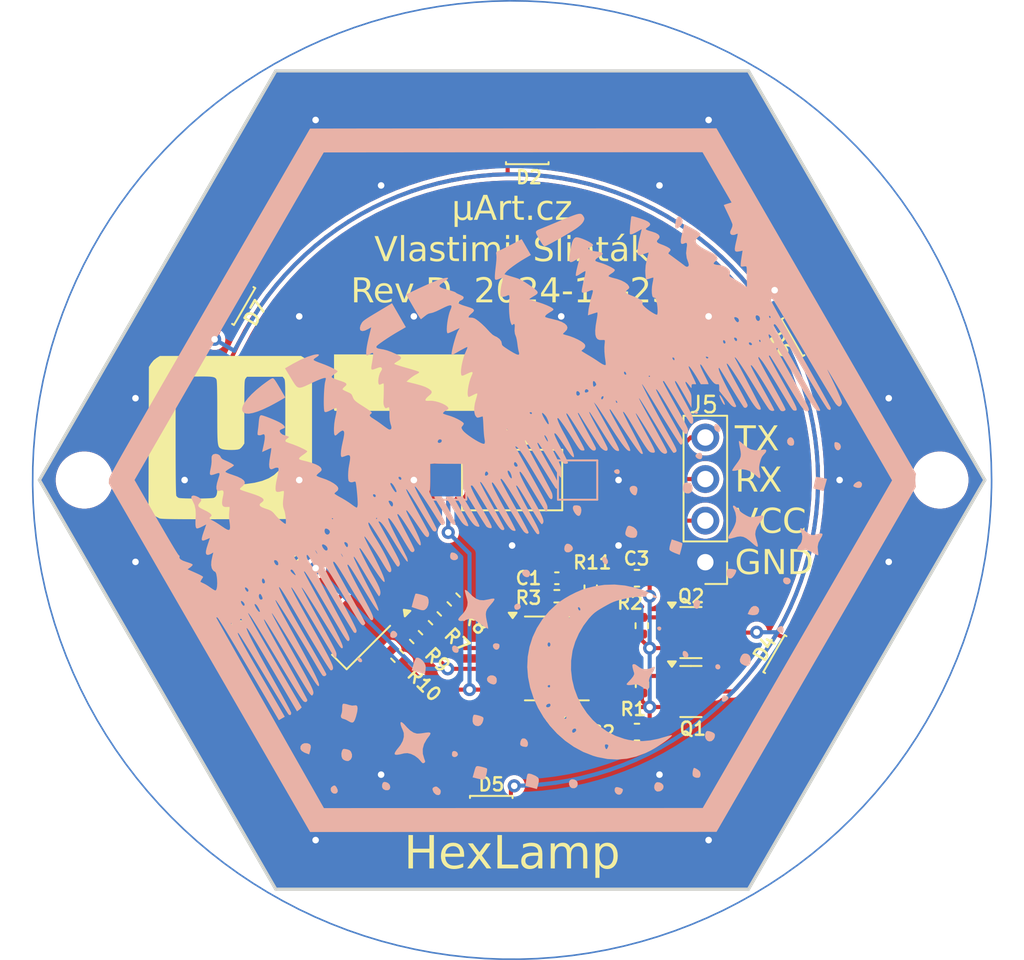
<source format=kicad_pcb>
(kicad_pcb
	(version 20240108)
	(generator "pcbnew")
	(generator_version "8.0")
	(general
		(thickness 1.6)
		(legacy_teardrops no)
	)
	(paper "A4")
	(title_block
		(title "Nigh Hexlamp")
		(date "2024-10-23")
		(rev "D")
		(company "μArt.cz")
		(comment 1 "Vlastimil Slinták")
	)
	(layers
		(0 "F.Cu" signal)
		(31 "B.Cu" signal)
		(32 "B.Adhes" user "B.Adhesive")
		(33 "F.Adhes" user "F.Adhesive")
		(34 "B.Paste" user)
		(35 "F.Paste" user)
		(36 "B.SilkS" user "B.Silkscreen")
		(37 "F.SilkS" user "F.Silkscreen")
		(38 "B.Mask" user)
		(39 "F.Mask" user)
		(40 "Dwgs.User" user "User.Drawings")
		(41 "Cmts.User" user "User.Comments")
		(42 "Eco1.User" user "User.Eco1")
		(43 "Eco2.User" user "User.Eco2")
		(44 "Edge.Cuts" user)
		(45 "Margin" user)
		(46 "B.CrtYd" user "B.Courtyard")
		(47 "F.CrtYd" user "F.Courtyard")
		(48 "B.Fab" user)
		(49 "F.Fab" user)
		(50 "User.1" user)
		(51 "User.2" user)
		(52 "User.3" user)
		(53 "User.4" user)
		(54 "User.5" user)
		(55 "User.6" user)
		(56 "User.7" user)
		(57 "User.8" user)
		(58 "User.9" user)
	)
	(setup
		(pad_to_mask_clearance 0)
		(allow_soldermask_bridges_in_footprints no)
		(aux_axis_origin 151.867513 100)
		(grid_origin 151.867513 100)
		(pcbplotparams
			(layerselection 0x0004040_7ffffffe)
			(plot_on_all_layers_selection 0x0000000_00000000)
			(disableapertmacros no)
			(usegerberextensions yes)
			(usegerberattributes no)
			(usegerberadvancedattributes no)
			(creategerberjobfile no)
			(dashed_line_dash_ratio 12.000000)
			(dashed_line_gap_ratio 3.000000)
			(svgprecision 6)
			(plotframeref no)
			(viasonmask no)
			(mode 1)
			(useauxorigin no)
			(hpglpennumber 1)
			(hpglpenspeed 20)
			(hpglpendiameter 15.000000)
			(pdf_front_fp_property_popups yes)
			(pdf_back_fp_property_popups yes)
			(dxfpolygonmode yes)
			(dxfimperialunits yes)
			(dxfusepcbnewfont yes)
			(psnegative no)
			(psa4output no)
			(plotreference no)
			(plotvalue yes)
			(plotfptext yes)
			(plotinvisibletext no)
			(sketchpadsonfab no)
			(subtractmaskfromsilk yes)
			(outputformat 5)
			(mirror no)
			(drillshape 0)
			(scaleselection 1)
			(outputdirectory "imgs/")
		)
	)
	(net 0 "")
	(net 1 "VCC")
	(net 2 "GND")
	(net 3 "Net-(D2-K)")
	(net 4 "Net-(D2-A)")
	(net 5 "Net-(D5-A)")
	(net 6 "Net-(J5-Pin_4)")
	(net 7 "BTN")
	(net 8 "UPDI")
	(net 9 "LED1")
	(net 10 "LED2")
	(net 11 "Net-(Q4-B)")
	(net 12 "CURRENT")
	(net 13 "DAC")
	(footprint "Resistor_SMD:R_0402_1005Metric" (layer "F.Cu") (at 156.667513 106.59 -90))
	(footprint "Resistor_SMD:R_0402_1005Metric" (layer "F.Cu") (at 147.152131 108.447869 135))
	(footprint "Lamps:LED3014" (layer "F.Cu") (at 151.695 120))
	(footprint "Lamps:LED3014" (layer "F.Cu") (at 169.015508 90 120))
	(footprint "Lamps:LED3014" (layer "F.Cu") (at 134.374491 90 -120))
	(footprint "Connector_PinHeader_2.54mm:PinHeader_1x04_P2.54mm_Vertical" (layer "F.Cu") (at 163.667513 105.02 180))
	(footprint "Lamps:LED3014" (layer "F.Cu") (at 169.015508 110 60))
	(footprint "MountingHole:MountingHole_3mm" (layer "F.Cu") (at 125.742413 100))
	(footprint "Resistor_SMD:R_0402_1005Metric" (layer "F.Cu") (at 159.7875 108.9 90))
	(footprint "MountingHole:MountingHole_3mm" (layer "F.Cu") (at 177.992613 100))
	(footprint "Package_SO:SOIC-8_3.9x4.9mm_P1.27mm" (layer "F.Cu") (at 154.6 110.9))
	(footprint "Package_TO_SOT_SMD:SOT-223" (layer "F.Cu") (at 140.7 107.8 -135))
	(footprint "Capacitor_SMD:C_0603_1608Metric" (layer "F.Cu") (at 159.492513 106 180))
	(footprint "Resistor_SMD:R_0402_1005Metric" (layer "F.Cu") (at 154.6 107.1))
	(footprint "Resistor_SMD:R_0402_1005Metric" (layer "F.Cu") (at 144.856391 110.743609 -45))
	(footprint "Capacitor_SMD:C_0402_1005Metric" (layer "F.Cu") (at 154.6 106))
	(footprint "Lamps:LED3014" (layer "F.Cu") (at 134.374491 110 -60))
	(footprint "Button_Switch_SMD:SW_SPST_CK_RS282G05A3" (layer "F.Cu") (at 151.867513 100))
	(footprint "Lamps:LED3014" (layer "F.Cu") (at 151.695 80 180))
	(footprint "Package_TO_SOT_SMD:SOT-23" (layer "F.Cu") (at 162.7875 109.32))
	(footprint "Resistor_SMD:R_0402_1005Metric" (layer "F.Cu") (at 146.004262 109.595738 135))
	(footprint "Capacitor_SMD:C_0603_1608Metric" (layer "F.Cu") (at 159.492513 115.4 180))
	(footprint "Resistor_SMD:R_0402_1005Metric" (layer "F.Cu") (at 148.3 107.3 -45))
	(footprint "Package_TO_SOT_SMD:SOT-23" (layer "F.Cu") (at 162.7875 112.92))
	(footprint "LOGO" (layer "F.Cu") (at 134.667513 97.4))
	(footprint "Resistor_SMD:R_0402_1005Metric" (layer "F.Cu") (at 159.8 112.5 90))
	(footprint "TestPoint:TestPoint_Pad_2.0x2.0mm" (layer "B.Cu") (at 147.867513 100 180))
	(footprint "LOGO"
		(layer "B.Cu")
		(uuid "3120c7d0-2e75-4586-a363-77855ce944da")
		(at 151.867513 100.05 30)
		(property "Reference" "G***"
			(at 0 0 30)
			(layer "B.SilkS")
			(hide yes)
			(uuid "debea230-b289-458a-be28-869973caf0eb")
			(effects
				(font
					(size 1.5 1.5)
					(thickness 0.3)
				)
				(justify mirror)
			)
		)
		(property "Value" "LOGO"
			(at 0.75 0 30)
			(layer "B.SilkS")
			(hide yes)
			(uuid "6699597b-2ed7-4459-958e-4e5d970cff24")
			(effects
				(font
					(size 1.5 1.5)
					(thickness 0.3)
				)
				(justify mirror)
			)
		)
		(property "Footprint" ""
			(at 0 0 30)
			(layer "B.Fab")
			(hide yes)
			(uuid "e4de1c04-f25e-4bab-8eda-982453e8b913")
			(effects
				(font
					(size 1.27 1.27)
					(thickness 0.15)
				)
				(justify mirror)
			)
		)
		(property "Datasheet" ""
			(at 0 0 30)
			(layer "B.Fab")
			(hide yes)
			(uuid "52a9747c-57a4-4209-9a5f-507ccacbcad5")
			(effects
				(font
					(size 1.27 1.27)
					(thickness 0.15)
				)
				(justify mirror)
			)
		)
		(property "Description" ""
			(at 0 0 30)
			(layer "B.Fab")
			(hide yes)
			(uuid "b71c0320-cd7c-4081-a7d6-299e1b18322c")
			(effects
				(font
					(size 1.27 1.27)
					(thickness 0.15)
				)
				(justify mirror)
			)
		)
		(attr board_only exclude_from_pos_files exclude_from_bom)
		(fp_poly
			(pts
				(xy 3.34644 12.408265) (xy 3.395927 12.336903) (xy 3.400661 12.304172) (xy 3.366833 12.227301) (xy 3.289614 12.181795)
				(xy 3.205411 12.184071) (xy 3.176749 12.203196) (xy 3.149687 12.280126) (xy 3.168736 12.374841)
				(xy 3.197175 12.416746) (xy 3.269268 12.440921)
			)
			(stroke
				(width 0)
				(type solid)
			)
			(fill solid)
			(layer "B.SilkS")
			(uuid "cd4fd6a0-da50-4aec-9dd2-7db1e67c4dfc")
		)
		(fp_poly
			(pts
				(xy 11.919592 2.077132) (xy 11.925944 2.071345) (xy 11.917984 2.029887) (xy 11.85251 1.973589) (xy 11.834637 1.962749)
				(xy 11.750063 1.917011) (xy 11.718072 1.917154) (xy 11.71866 1.966846) (xy 11.721003 1.98359) (xy 11.763919 2.061329)
				(xy 11.842086 2.097636)
			)
			(stroke
				(width 0)
				(type solid)
			)
			(fill solid)
			(layer "B.SilkS")
			(uuid "ef770a15-16d7-4973-ab74-ffcca2803c0c")
		)
		(fp_poly
			(pts
				(xy 5.290102 16.255932) (xy 5.331901 16.20562) (xy 5.353672 16.100433) (xy 5.316705 16.013532) (xy 5.241893 15.962205)
				(xy 5.150124 15.96374) (xy 5.088397 16.004099) (xy 5.041225 16.099109) (xy 5.059397 16.197069) (xy 5.130445 16.26938)
				(xy 5.21287 16.289587)
			)
			(stroke
				(width 0)
				(type solid)
			)
			(fill solid)
			(layer "B.SilkS")
			(uuid "064d55b5-7356-4485-93db-c3e95a8215d4")
		)
		(fp_poly
			(pts
				(xy -13.440035 4.963604) (xy -13.414222 4.913652) (xy -13.409843 4.811945) (xy -13.449294 4.723684)
				(xy -13.514582 4.668914) (xy -13.587713 4.667683) (xy -13.616639 4.688154) (xy -13.643152 4.762833)
				(xy -13.634475 4.864305) (xy -13.594731 4.945166) (xy -13.594248 4.945653) (xy -13.509245 4.993295)
			)
			(stroke
				(width 0)
				(type solid)
			)
			(fill solid)
			(layer "B.SilkS")
			(uuid "12464b6e-7229-4737-b7ff-e6cd1eebf14f")
		)
		(fp_poly
			(pts
				(xy -3.461393 6.988575) (xy -3.379654 6.913098) (xy -3.358678 6.818651) (xy -3.392607 6.717023)
				(xy -3.476164 6.654385) (xy -3.581997 6.63618) (xy -3.68276 6.667855) (xy -3.745655 6.741608) (xy -3.768898 6.866026)
				(xy -3.717696 6.956918) (xy -3.598535 7.003119) (xy -3.593309 7.003778)
			)
			(stroke
				(width 0)
				(type solid)
			)
			(fill solid)
			(layer "B.SilkS")
			(uuid "19225953-c0c4-4eb7-9308-d192bdb8ca14")
		)
		(fp_poly
			(pts
				(xy 5.911631 2.869603) (xy 5.98533 2.783362) (xy 5.990674 2.678779) (xy 5.959979 2.62195) (xy 5.882015 2.575296)
				(xy 5.779982 2.561181) (xy 5.699754 2.585331) (xy 5.695757 2.588981) (xy 5.665785 2.667311) (xy 5.691429 2.758308)
				(xy 5.754146 2.837866) (xy 5.835396 2.881881)
			)
			(stroke
				(width 0)
				(type solid)
			)
			(fill solid)
			(layer "B.SilkS")
			(uuid "9e9eb68e-bbc9-45b8-b268-80c66b221513")
		)
		(fp_poly
			(pts
				(xy -10.817022 4.682184) (xy -10.756262 4.605447) (xy -10.747769 4.553486) (xy -10.775164 4.401366)
				(xy -10.847442 4.309641) (xy -10.949739 4.285047) (xy -11.067193 4.334324) (xy -11.122264 4.3837)
				(xy -11.190228 4.48841) (xy -11.188965 4.575032) (xy -11.126263 4.666358) (xy -11.026831 4.713852)
				(xy -10.915482 4.718723)
			)
			(stroke
				(width 0)
				(type solid)
			)
			(fill solid)
			(layer "B.SilkS")
			(uuid "bdbdd545-4fea-4dc6-b8e2-f70afc94689e")
		)
		(fp_poly
			(pts
				(xy -11.266102 12.864955) (xy -11.216025 12.815455) (xy -11.196136 12.714454) (xy -11.226465 12.616753)
				(xy -11.290087 12.540386) (xy -11.370082 12.50339) (xy -11.449527 12.523799) (xy -11.470809 12.543913)
				(xy -11.54925 12.649098) (xy -11.571052 12.727848) (xy -11.54592 12.804091) (xy -11.471793 12.868972)
				(xy -11.366366 12.889679)
			)
			(stroke
				(width 0)
				(type solid)
			)
			(fill solid)
			(layer "B.SilkS")
			(uuid "0a709edd-a9bd-46e0-8f18-786c3008a326")
		)
		(fp_poly
			(pts
				(xy -8.077597 7.413061) (xy -7.995338 7.328171) (xy -7.958455 7.220527) (xy -7.97093 7.109846) (xy -8.019864 7.012957)
				(xy -8.092358 6.946685) (xy -8.175515 6.92786) (xy -8.256435 6.973309) (xy -8.262228 6.979987) (xy -8.330071 7.111746)
				(xy -8.330451 7.245373) (xy -8.274383 7.343469) (xy -8.16855 7.418891)
			)
			(stroke
				(width 0)
				(type solid)
			)
			(fill solid)
			(layer "B.SilkS")
			(uuid "3492c279-49e1-4192-a7b9-957dd337f0f6")
		)
		(fp_poly
			(pts
				(xy 2.519817 7.289591) (xy 2.587284 7.228629) (xy 2.630783 7.13013) (xy 2.637474 7.009145) (xy 2.620708 6.938177)
				(xy 2.558261 6.83766) (xy 2.47754 6.814292) (xy 2.392656 6.870719) (xy 2.376064 6.892322) (xy 2.31487 7.038989)
				(xy 2.332057 7.181754) (xy 2.364345 7.23869) (xy 2.441224 7.297962)
			)
			(stroke
				(width 0)
				(type solid)
			)
			(fill solid)
			(layer "B.SilkS")
			(uuid "73414853-0c39-495a-83db-304a47c9ef01")
		)
		(fp_poly
			(pts
				(xy 3.966195 14.653263) (xy 4.018393 14.56248) (xy 4.025595 14.440813) (xy 3.987996 14.328147) (xy 3.964439 14.298371)
				(xy 3.888558 14.240628) (xy 3.824313 14.252372) (xy 3.764027 14.309174) (xy 3.701514 14.424288)
				(xy 3.701201 14.542367) (xy 3.760394 14.635829) (xy 3.798262 14.659304) (xy 3.89445 14.68508)
			)
			(stroke
				(width 0)
				(type solid)
			)
			(fill solid)
			(layer "B.SilkS")
			(uuid "99115fbc-d59c-44dd-9d3f-d4a8c2540e9a")
		)
		(fp_poly
			(pts
				(xy 4.701669 18.161395) (xy 4.796051 18.109675) (xy 4.823818 18.02657) (xy 4.777652 17.922757) (xy 4.744132 17.884959)
				(xy 4.643499 17.81298) (xy 4.55308 17.819424) (xy 4.457986 17.905751) (xy 4.451698 17.913643) (xy 4.38229 18.03091)
				(xy 4.388463 18.112081) (xy 4.470951 18.159118) (xy 4.54799 18.171056)
			)
			(stroke
				(width 0)
				(type solid)
			)
			(fill solid)
			(layer "B.SilkS")
			(uuid "c4588257-6dce-401b-90f4-053ce09ab103")
		)
		(fp_poly
			(pts
				(xy 9.757943 16.233642) (xy 9.843856 16.114064) (xy 9.858331 16.005396) (xy 9.836133 15.925704)
				(xy 9.776427 15.88942) (xy 9.698002 15.878329) (xy 9.584119 15.883888) (xy 9.503265 15.914044) (xy 9.49858 15.918213)
				(xy 9.449607 16.018864) (xy 9.480856 16.140897) (xy 9.545314 16.232103) (xy 9.644348 16.347237)
			)
			(stroke
				(width 0)
				(type solid)
			)
			(fill solid)
			(layer "B.SilkS")
			(uuid "0e21eb78-8443-4426-bc8b-e41ce8ed0cc8")
		)
		(fp_poly
			(pts
				(xy 11.612967 13.875123) (xy 11.687138 13.794245) (xy 11.70354 13.686631) (xy 11.655529 13.574522)
				(xy 11.602768 13.521725) (xy 11.487225 13.449527) (xy 11.397304 13.44514) (xy 11.317544 13.500685)
				(xy 11.258588 13.60965) (xy 11.264297 13.729502) (xy 11.323842 13.834372) (xy 11.426393 13.898398)
				(xy 11.487671 13.907024)
			)
			(stroke
				(width 0)
				(type solid)
			)
			(fill solid)
			(layer "B.SilkS")
			(uuid "95c1d102-0cab-47e3-8831-1ae9a050397d")
		)
		(fp_poly
			(pts
				(xy 18.354594 8.319913) (xy 18.434994 8.23125) (xy 18.467957 8.112317) (xy 18.445966 7.986712) (xy 18.380844 7.894528)
				(xy 18.295909 7.825553) (xy 18.239475 7.816572) (xy 18.186412 7.862781) (xy 18.109944 7.992743)
				(xy 18.079886 8.127249) (xy 18.094252 8.24591) (xy 18.151061 8.328338) (xy 18.234272 8.354711)
			)
			(stroke
				(width 0)
				(type solid)
			)
			(fill solid)
			(layer "B.SilkS")
			(uuid "83649d39-dcce-4276-94b7-ca1b27d76c9c")
		)
		(fp_poly
			(pts
				(xy -18.725128 11.13117) (xy -18.663055 11.028091) (xy -18.646961 10.867697) (xy -18.648729 10.840454)
				(xy -18.665339 10.736221) (xy -18.706711 10.688963) (xy -18.789749 10.67226) (xy -18.927097 10.692386)
				(xy -18.98917 10.738541) (xy -19.052887 10.858162) (xy -19.052872 10.983554) (xy -18.997977 11.091142)
				(xy -18.897054 11.157351) (xy -18.828065 11.167603)
			)
			(stroke
				(width 0)
				(type solid)
			)
			(fill solid)
			(layer "B.SilkS")
			(uuid "ac6732a4-914c-4b82-95b9-5ed4d43e1c30")
		)
		(fp_poly
			(pts
				(xy -15.89594 12.578022) (xy -15.805285 12.493664) (xy -15.803117 12.490389) (xy -15.757209 12.350511)
				(xy -15.788747 12.203817) (xy -15.87082 12.090172) (xy -15.96857 12.019284) (xy -16.057853 12.024503)
				(xy -16.156318 12.104442) (xy -16.235271 12.236884) (xy -16.235377 12.370975) (xy -16.157406 12.490684)
				(xy -16.136983 12.508027) (xy -16.004876 12.582724)
			)
			(stroke
				(width 0)
				(type solid)
			)
			(fill solid)
			(layer "B.SilkS")
			(uuid "fcb163d7-8aad-4b8e-a265-8bcd28b5fb35")
		)
		(fp_poly
			(pts
				(xy -5.770795 8.430414) (xy -5.733125 8.387353) (xy -5.678587 8.294931) (xy -5.682002 8.228408)
				(xy -5.746245 8.150305) (xy -5.751736 8.144793) (xy -5.865147 8.072421) (xy -5.976461 8.072288)
				(xy -6.037223 8.111207) (xy -6.076018 8.189714) (xy -6.087603 8.270744) (xy -6.055869 8.393253)
				(xy -5.976577 8.465935) (xy -5.873596 8.480939)
			)
			(stroke
				(width 0)
				(type solid)
			)
			(fill solid)
			(layer "B.SilkS")
			(uuid "e137117d-e367-42d2-a666-888551b0e051")
		)
		(fp_poly
			(pts
				(xy -1.976079 5.554304) (xy -1.916755 5.507025) (xy -1.852974 5.388197) (xy -1.857065 5.269745)
				(xy -1.914641 5.16889) (xy -2.011315 5.102854) (xy -2.1327 5.088859) (xy -2.23562 5.125346) (xy -2.297438 5.202565)
				(xy -2.305858 5.311136) (xy -2.270098 5.426471) (xy -2.199381 5.523983) (xy -2.102925 5.579083)
				(xy -2.063697 5.583802)
			)
			(stroke
				(width 0)
				(type solid)
			)
			(fill solid)
			(layer "B.SilkS")
			(uuid "b4c5ab3e-6508-4b38-b215-7c88eebaf5f3")
		)
		(fp_poly
			(pts
				(xy -5.867093 18.134461) (xy -5.787577 18.048249) (xy -5.749086 17.934886) (xy -5.765011 17.808342)
				(xy -5.837773 17.693829) (xy -5.958666 17.608915) (xy -6.080482 17.6007) (xy -6.185557 17.6673)
				(xy -6.265352 17.801532) (xy -6.283603 17.943613) (xy -6.238271 18.066896) (xy -6.217927 18.090503)
				(xy -6.095656 18.169558) (xy -5.974249 18.179554)
			)
			(stroke
				(width 0)
				(type solid)
			)
			(fill solid)
			(layer "B.SilkS")
			(uuid "4b354f46-7614-489f-a0f7-dfeb1033cefe")
		)
		(fp_poly
			(pts
				(xy 10.770532 4.560236) (xy 10.831661 4.463603) (xy 10.858665 4.356434) (xy 10.843738 4.285612)
				(xy 10.77221 4.235843) (xy 10.658324 4.209657) (xy 10.542071 4.214219) (xy 10.506364 4.225176) (xy 10.453224 4.284088)
				(xy 10.451391 4.375467) (xy 10.489566 4.475824) (xy 10.556456 4.561668) (xy 10.640759 4.609509)
				(xy 10.691846 4.610853)
			)
			(stroke
				(width 0)
				(type solid)
			)
			(fill solid)
			(layer "B.SilkS")
			(uuid "1c9fccaf-057f-4cbc-89c9-85ef70b6f745")
		)
		(fp_poly
			(pts
				(xy 12.542562 3.711089) (xy 12.604749 3.628272) (xy 12.628413 3.503059) (xy 12.610875 3.36898) (xy 12.575963 3.292731)
				(xy 12.510856 3.211623) (xy 12.452403 3.201427) (xy 12.376241 3.261324) (xy 12.353396 3.285207)
				(xy 12.296969 3.387495) (xy 12.288091 3.503332) (xy 12.317941 3.612861) (xy 12.377699 3.696224)
				(xy 12.458546 3.733564)
			)
			(stroke
				(width 0)
				(type solid)
			)
			(fill solid)
			(layer "B.SilkS")
			(uuid "5a6e378d-a270-4116-8e58-e39e2ab5f212")
		)
		(fp_poly
			(pts
				(xy 13.603947 2.413434) (xy 13.626625 2.282116) (xy 13.636101 2.141867) (xy 13.636661 1.976622)
				(xy 13.625569 1.857713) (xy 13.606242 1.793622) (xy 13.582097 1.79283) (xy 13.556549 1.86382) (xy 13.54603 1.918246)
				(xy 13.524407 2.094983) (xy 13.518082 2.255508) (xy 13.526232 2.381774) (xy 13.548029 2.455739)
				(xy 13.571157 2.466669)
			)
			(stroke
				(width 0)
				(type solid)
			)
			(fill solid)
			(layer "B.SilkS")
			(uuid "f25db462-9827-4d5c-a33f-1704d610b091")
		)
		(fp_poly
			(pts
				(xy 16.438589 9.781313) (xy 16.714301 9.509256) (xy 16.470456 9.289861) (xy 16.351883 9.18608) (xy 16.257123 9.108511)
				(xy 16.203218 9.070967) (xy 16.198477 9.069449) (xy 16.159554 9.098228) (xy 16.080377 9.175774)
				(xy 15.975673 9.287389) (xy 15.936574 9.330827) (xy 15.702806 9.593223) (xy 15.932841 9.823296)
				(xy 16.162876 10.053369)
			)
			(stroke
				(width 0)
				(type solid)
			)
			(fill solid)
			(layer "B.SilkS")
			(uuid "e3891785-577c-46a0-85d4-f90e1af7e741")
		)
		(fp_poly
			(pts
				(xy -18.908026 8.097385) (xy -18.783797 7.955744) (xy -18.733041 7.839206) (xy -18.75429 7.734987)
				(xy -18.846084 7.630305) (xy -18.8538 7.623732) (xy -19.00485 7.536923) (xy -19.155756 7.521106)
				(xy -19.288025 7.577281) (xy -19.312396 7.599008) (xy -19.385205 7.718775) (xy -19.380487 7.857939)
				(xy -19.297689 8.020463) (xy -19.243894 8.091306) (xy -19.091423 8.277376)
			)
			(stroke
				(width 0)
				(type solid)
			)
			(fill solid)
			(layer "B.SilkS")
			(uuid "57759230-ab51-486e-93fc-c352c4aead08")
		)
		(fp_poly
			(pts
				(xy -5.283342 2.467348) (xy -5.214347 2.426645) (xy -5.167515 2.326362) (xy -5.175638 2.197827)
				(xy -5.234508 2.07237) (xy -5.267017 2.034289) (xy -5.357661 1.954877) (xy -5.424713 1.940363) (xy -5.497078 1.990111)
				(xy -5.5345 2.028408) (xy -5.600015 2.126166) (xy -5.625785 2.217334) (xy -5.591961 2.331087) (xy -5.507052 2.419099)
				(xy -5.395897 2.468732)
			)
			(stroke
				(width 0)
				(type solid)
			)
			(fill solid)
			(layer "B.SilkS")
			(uuid "39a3ab82-372e-4a93-ad02-88a7934f6497")
		)
		(fp_poly
			(pts
				(xy -6.990848 10.196163) (xy -6.93032 10.133347) (xy -6.854595 9.985749) (xy -6.862215 9.843763)
				(xy -6.946356 9.717265) (xy -7.072526 9.636273) (xy -7.209775 9.617679) (xy -7.331082 9.663193)
				(xy -7.361592 9.690992) (xy -7.42154 9.796236) (xy -7.414402 9.916276) (xy -7.338791 10.065959)
				(xy -7.324602 10.087279) (xy -7.213796 10.206675) (xy -7.101662 10.243073)
			)
			(stroke
				(width 0)
				(type solid)
			)
			(fill solid)
			(layer "B.SilkS")
			(uuid "75980fe4-b58e-4aa8-95f7-f70f2e18f616")
		)
		(fp_poly
			(pts
				(xy 1.087149 5.502201) (xy 1.158157 5.423458) (xy 1.177051 5.310186) (xy 1.151384 5.186939) (xy 1.088703 5.078275)
				(xy 0.996557 5.008751) (xy 0.931553 4.996033) (xy 0.84584 5.023346) (xy 0.766899 5.07858) (xy 0.669232 5.207908)
				(xy 0.645233 5.333128) (xy 0.691798 5.438897) (xy 0.805825 5.509872) (xy 0.856751 5.522863) (xy 0.984223 5.527933)
			)
			(stroke
				(width 0)
				(type solid)
			)
			(fill solid)
			(layer "B.SilkS")
			(uuid "5c03d58d-586a-4b45-ba4d-2c68035d3a1b")
		)
		(fp_poly
			(pts
				(xy 16.722805 -8.344629) (xy 16.87243 -8.431046) (xy 16.967988 -8.559535) (xy 16.997598 -8.717494)
				(xy 16.986065 -8.795537) (xy 16.931437 -8.87911) (xy 16.837589 -8.903385) (xy 16.724184 -8.868924)
				(xy 16.618756 -8.785041) (xy 16.475793 -8.611633) (xy 16.39292 -8.468952) (xy 16.373554 -8.387353)
				(xy 16.392965 -8.336415) (xy 16.464439 -8.315246) (xy 16.530992 -8.312884)
			)
			(stroke
				(width 0)
				(type solid)
			)
			(fill solid)
			(layer "B.SilkS")
			(uuid "262f61d2-6f18-4f82-bddd-c6e225d20efd")
		)
		(fp_poly
			(pts
				(xy 8.929637 14.540473) (xy 9.064595 14.458159) (xy 9.139333 14.340719) (xy 9.147929 14.208459)
				(xy 9.084463 14.081685) (xy 9.06843 14.064463) (xy 8.942059 13.992) (xy 8.788367 13.996996) (xy 8.611528 14.079076)
				(xy 8.56672 14.109758) (xy 8.388279 14.239019) (xy 8.486949 14.346077) (xy 8.608538 14.447629) (xy 8.747024 14.519057)
				(xy 8.873868 14.547828)
			)
			(stroke
				(width 0)
				(type solid)
			)
			(fill solid)
			(layer "B.SilkS")
			(uuid "04a0ad3f-17f4-420f-87f9-28ab5bc6d96e")
		)
		(fp_poly
			(pts
				(xy 15.997006 6.686803) (xy 16.038352 6.653778) (xy 16.1175 6.537226) (xy 16.149569 6.394414) (xy 16.126217 6.264362)
				(xy 16.122971 6.257999) (xy 16.044315 6.187416) (xy 15.933944 6.177358) (xy 15.818346 6.227823)
				(xy 15.78331 6.258013) (xy 15.713654 6.37685) (xy 15.711105 6.506102) (xy 15.771793 6.618378) (xy 15.841309 6.668335)
				(xy 15.933176 6.702085)
			)
			(stroke
				(width 0)
				(type solid)
			)
			(fill solid)
			(layer "B.SilkS")
			(uuid "e69e4994-e804-425c-9fa7-14db2355e9b1")
		)
		(fp_poly
			(pts
				(xy -7.269613 14.487253) (xy -7.221156 14.442314) (xy -7.155211 14.32751) (xy -7.139176 14.188289)
				(xy -7.173644 14.06032) (xy -7.213967 14.007995) (xy -7.311972 13.947547) (xy -7.406898 13.958607)
				(xy -7.516074 14.043836) (xy -7.528178 14.056264) (xy -7.616986 14.172251) (xy -7.630154 14.269417)
				(xy -7.566804 14.367166) (xy -7.51182 14.41759) (xy -7.407617 14.497153) (xy -7.335853 14.51961)
			)
			(stroke
				(width 0)
				(type solid)
			)
			(fill solid)
			(layer "B.SilkS")
			(uuid "827a1d85-b49e-45ec-b6ea-5f1e5bb66c90")
		)
		(fp_poly
			(pts
				(xy -3.744755 19.873965) (xy -3.648257 19.811336) (xy -3.581346 19.736239) (xy -3.568595 19.69591)
				(xy -3.596747 19.630152) (xy -3.665197 19.538807) (xy -3.749938 19.450283) (xy -3.82279 19.395136)
				(xy -3.898987 19.37806) (xy -3.975645 19.425881) (xy -3.987468 19.437385) (xy -4.053697 19.550433)
				(xy -4.061741 19.677475) (xy -4.019412 19.794134) (xy -3.934526 19.876037) (xy -3.839107 19.900165)
			)
			(stroke
				(width 0)
				(type solid)
			)
			(fill solid)
			(layer "B.SilkS")
			(uuid "ba842c37-55f5-4a5d-8f16-4098543e48e6")
		)
		(fp_poly
			(pts
				(xy -1.517561 20.940207) (xy -1.397841 20.885156) (xy -1.319798 20.785874) (xy -1.301488 20.693562)
				(xy -1.334125 20.568816) (xy -1.41601 20.454737) (xy -1.523098 20.378453) (xy -1.595372 20.361983)
				(xy -1.684359 20.390502) (xy -1.780739 20.459684) (xy -1.786206 20.465034) (xy -1.868924 20.591166)
				(xy -1.887681 20.724488) (xy -1.841919 20.840924) (xy -1.795948 20.884395) (xy -1.657436 20.942723)
			)
			(stroke
				(width 0)
				(type solid)
			)
			(fill solid)
			(layer "B.SilkS")
			(uuid "3602baf4-0707-47f3-bd79-b8a3e7874752")
		)
		(fp_poly
			(pts
				(xy 6.015511 12.394848) (xy 6.118654 12.315599) (xy 6.206951 12.215656) (xy 6.253543 12.121315)
				(xy 6.255537 12.102866) (xy 6.222293 11.995569) (xy 6.136581 11.935674) (xy 6.01943 11.929975) (xy 5.891866 11.985273)
				(xy 5.891825 11.985302) (xy 5.809562 12.077996) (xy 5.77288 12.192262) (xy 5.780028 12.304356) (xy 5.829258 12.390522)
				(xy 5.918818 12.427013) (xy 5.924376 12.427108)
			)
			(stroke
				(width 0)
				(type solid)
			)
			(fill solid)
			(layer "B.SilkS")
			(uuid "951ff809-17e1-46c2-b7f2-7795cc130db0")
		)
		(fp_poly
			(pts
				(xy -10.35652 7.363749) (xy -10.265 7.234738) (xy -10.218491 7.127095) (xy -10.202812 7.002633)
				(xy -10.201984 6.947583) (xy -10.223639 6.774134) (xy -10.280984 6.615491) (xy -10.362589 6.494256)
				(xy -10.457025 6.43303) (xy -10.462838 6.431761) (xy -10.523894 6.453732) (xy -10.627629 6.525677)
				(xy -10.758992 6.636592) (xy -10.818221 6.691615) (xy -11.104628 6.964752) (xy -10.807844 7.263428)
				(xy -10.511057 7.562103)
			)
			(stroke
				(width 0)
				(type solid)
			)
			(fill solid)
			(layer "B.SilkS")
			(uuid "d58e8b90-6aed-4372-9a6b-896c8ed2b6cd")
		)
		(fp_poly
			(pts
				(xy -13.36781 14.37745) (xy -13.281042 14.290998) (xy -13.238602 14.212345) (xy -13.232687 14.138076)
				(xy -13.261772 14.030463) (xy -13.269578 14.00761) (xy -13.317068 13.895305) (xy -13.373184 13.841063)
				(xy -13.463351 13.820678) (xy -13.466225 13.820396) (xy -13.566923 13.822707) (xy -13.622117 13.869011)
				(xy -13.646984 13.923716) (xy -13.670025 14.093775) (xy -13.62048 14.25853) (xy -13.571875 14.32686)
				(xy -13.470576 14.392894)
			)
			(stroke
				(width 0)
				(type solid)
			)
			(fill solid)
			(layer "B.SilkS")
			(uuid "d3e8e853-c333-4cf4-8f7c-88b53fec7342")
		)
		(fp_poly
			(pts
				(xy -7.893476 16.856939) (xy -7.762181 16.713254) (xy -7.697726 16.594778) (xy -7.696871 16.48047)
				(xy -7.756377 16.349288) (xy -7.804039 16.27616) (xy -7.938266 16.101403) (xy -8.046893 16.002853)
				(xy -8.128444 15.981822) (xy -8.133167 15.983311) (xy -8.181733 16.023119) (xy -8.265658 16.112567)
				(xy -8.369257 16.23462) (xy -8.402041 16.275315) (xy -8.619568 16.548684) (xy -8.361772 16.806479)
				(xy -8.103977 17.064274)
			)
			(stroke
				(width 0)
				(type solid)
			)
			(fill solid)
			(layer "B.SilkS")
			(uuid "be8a36e1-866d-4278-9f56-739a00361209")
		)
		(fp_poly
			(pts
				(xy 6.170971 4.502287) (xy 6.257861 4.423483) (xy 6.340222 4.323284) (xy 6.394482 4.227165) (xy 6.398736 4.214695)
				(xy 6.394705 4.105974) (xy 6.330986 4.012228) (xy 6.231019 3.947023) (xy 6.118242 3.923926) (xy 6.016095 3.956507)
				(xy 5.991303 3.978862) (xy 5.939195 4.081761) (xy 5.925428 4.212725) (xy 5.945012 4.34696) (xy 5.992949 4.459669)
				(xy 6.064255 4.526057) (xy 6.103121 4.534215)
			)
			(stroke
				(width 0)
				(type solid)
			)
			(fill solid)
			(layer "B.SilkS")
			(uuid "714911bc-b8dd-4e4a-8889-4029078aa956")
		)
		(fp_poly
			(pts
				(xy 2.765096 19.827255) (xy 2.885994 19.748196) (xy 2.964459 19.641587) (xy 2.980826 19.567667)
				(xy 2.95208 19.480267) (xy 2.880609 19.373435) (xy 2.788568 19.272539) (xy 2.698111 19.202948) (xy 2.647928 19.186446)
				(xy 2.569353 19.215314) (xy 2.484989 19.282928) (xy 2.391711 19.424416) (xy 2.359251 19.570397)
				(xy 2.383168 19.702855) (xy 2.459015 19.803772) (xy 2.582352 19.85513) (xy 2.626843 19.858182)
			)
			(stroke
				(width 0)
				(type solid)
			)
			(fill solid)
			(layer "B.SilkS")
			(uuid "94e661b2-048b-4e88-8c54-2f854642fa99")
		)
		(fp_poly
			(pts
				(xy 7.009484 16.935003) (xy 7.090857 16.854903) (xy 7.193516 16.693442) (xy 7.226965 16.532029)
				(xy 7.190641 16.386756) (xy 7.110536 16.292634) (xy 6.995857 16.222694) (xy 6.889352 16.215052)
				(xy 6.761271 16.269306) (xy 6.730531 16.287497) (xy 6.585507 16.407138) (xy 6.522797 16.540346)
				(xy 6.542134 16.689275) (xy 6.643254 16.85608) (xy 6.6581 16.87412) (xy 6.774535 16.975839) (xy 6.889247 16.996241)
			)
			(stroke
				(width 0)
				(type solid)
			)
			(fill solid)
			(layer "B.SilkS")
			(uuid "80ac8634-1815-4c81-b6a2-aefcd0997886")
		)
		(fp_poly
			(pts
				(xy -17.034636 9.81177) (xy -16.906983 9.725084) (xy -16.822265 9.583471) (xy -16.793388 9.410732)
				(xy -16.82084 9.297643) (xy -16.911822 9.184108) (xy -16.941792 9.156746) (xy -17.044647 9.07044)
				(xy -17.112232 9.034989) (xy -17.171341 9.044687) (xy -17.246105 9.09197) (xy -17.358614 9.210214)
				(xy -17.438825 9.367242) (xy -17.465124 9.50483) (xy -17.432198 9.620255) (xy -17.350942 9.733172)
				(xy -17.24764 9.812275) (xy -17.192232 9.829872)
			)
			(stroke
				(width 0)
				(type solid)
			)
			(fill solid)
			(layer "B.SilkS")
			(uuid "3e41ae25-8a2b-4f45-a775-5dcfd4e61077")
		)
		(fp_poly
			(pts
				(xy 9.225895 6.017906) (xy 9.324532 5.901701) (xy 9.380666 5.734291) (xy 9.381205 5.730744) (xy 9.391036 5.61952)
				(xy 9.366046 5.55088) (xy 9.289069 5.488003) (xy 9.258877 5.468347) (xy 9.129661 5.396649) (xy 9.035103 5.38426)
				(xy 8.946798 5.435046) (xy 8.862861 5.522287) (xy 8.760935 5.676383) (xy 8.740615 5.816367) (xy 8.801632 5.94677)
				(xy 8.835612 5.984553) (xy 8.965369 6.066805) (xy 9.100818 6.075431)
			)
			(stroke
				(width 0)
				(type solid)
			)
			(fill solid)
			(layer "B.SilkS")
			(uuid "0da9d761-a178-4b43-a3eb-90eec8263e5b")
		)
		(fp_poly
			(pts
				(xy 18.326198 10.953082) (xy 18.356106 10.925032) (xy 18.418152 10.842877) (xy 18.419464 10.758117)
				(xy 18.406901 10.717187) (xy 18.364795 10.63824) (xy 18.292359 10.600743) (xy 18.199055 10.588467)
				(xy 18.054389 10.596807) (xy 17.947934 10.63767) (xy 17.894464 10.682319) (xy 17.889504 10.72364)
				(xy 17.933804 10.793105) (xy 17.952222 10.817964) (xy 18.046429 10.912712) (xy 18.150768 10.97596)
				(xy 18.15255 10.976605) (xy 18.247698 10.993646)
			)
			(stroke
				(width 0)
				(type solid)
			)
			(fill solid)
			(layer "B.SilkS")
			(uuid "31bbcc95-44b7-4e79-8165-e069cdccd3f2")
		)
		(fp_poly
			(pts
				(xy -8.988207 11.912588) (xy -8.872879 11.82012) (xy -8.785116 11.721755) (xy -8.754979 11.652557)
				(xy -8.76806 11.599707) (xy -8.829993 11.511276) (xy -8.922353 11.407693) (xy -9.024139 11.309319)
				(xy -9.11435 11.236517) (xy -9.170427 11.209587) (xy -9.228518 11.240555) (xy -9.3075 11.318264)
				(xy -9.337003 11.354597) (xy -9.443419 11.529653) (xy -9.473658 11.680607) (xy -9.428888 11.816038)
				(xy -9.404532 11.850497) (xy -9.283095 11.94839) (xy -9.140873 11.96889)
			)
			(stroke
				(width 0)
				(type solid)
			)
			(fill solid)
			(layer "B.SilkS")
			(uuid "cd939a78-c7da-41da-867f-a62dda0be5ce")
		)
		(fp_poly
			(pts
				(xy 6.848724 8.790176) (xy 6.962423 8.672624) (xy 7.048107 8.574432) (xy 7.091533 8.512266) (xy 7.094189 8.502967)
				(xy 7.067321 8.453093) (xy 6.997077 8.360082) (xy 6.897414 8.242138) (xy 6.873775 8.215594) (xy 6.65438 7.97152)
				(xy 6.433966 8.176147) (xy 6.312681 8.301348) (xy 6.235269 8.407589) (xy 6.213554 8.468853) (xy 6.239065 8.543661)
				(xy 6.306182 8.657527) (xy 6.400777 8.786709) (xy 6.407898 8.795509) (xy 6.602241 9.034085)
			)
			(stroke
				(width 0)
				(type solid)
			)
			(fill solid)
			(layer "B.SilkS")
			(uuid "ad39031a-74ec-42bf-bf4f-104a24169da5")
		)
		(fp_poly
			(pts
				(xy 0.929693 21.374562) (xy 1.00434 21.28259) (xy 1.046371 21.164232) (xy 1.049587 21.123796) (xy 1.030468 21.033895)
				(xy 0.98332 20.923188) (xy 0.923457 20.819809) (xy 0.866194 20.751894) (xy 0.840594 20.739835) (xy 0.794895 20.76882)
				(xy 0.718114 20.84229) (xy 0.676085 20.888238) (xy 0.596989 20.999085) (xy 0.55074 21.104056) (xy 0.545785 21.137091)
				(xy 0.581219 21.236702) (xy 0.668006 21.332751) (xy 0.776884 21.398207) (xy 0.842951 21.41157)
			)
			(stroke
				(width 0)
				(type solid)
			)
			(fill solid)
			(layer "B.SilkS")
			(uuid "df7decdc-d695-497d-9432-ca50e6ca5a3a")
		)
		(fp_poly
			(pts
				(xy 8.699525 11.844444) (xy 8.830199 11.79907) (xy 8.965012 11.728375) (xy 9.073444 11.646162) (xy 9.087104 11.631982)
				(xy 9.122015 11.584646) (xy 9.118837 11.541875) (xy 9.067866 11.484399) (xy 8.971919 11.403188)
				(xy 8.833168 11.300728) (xy 8.732607 11.260199) (xy 8.653431 11.280075) (xy 8.578839 11.358835)
				(xy 8.572995 11.367025) (xy 8.482794 11.53322) (xy 8.457238 11.676096) (xy 8.495649 11.784934) (xy 8.597351 11.849006)
				(xy 8.603514 11.850694)
			)
			(stroke
				(width 0)
				(type solid)
			)
			(fill solid)
			(layer "B.SilkS")
			(uuid "21019862-7a38-4d41-994f-79978b54bd4c")
		)
		(fp_poly
			(pts
				(xy -3.67288 1.011861) (xy -3.650348 0.897635) (xy -3.632257 0.705333) (xy -3.618483 0.433379) (xy -3.608909 0.080199)
				(xy -3.604739 -0.206867) (xy -3.596555 -0.980511) (xy -3.802988 -1.097204) (xy -4.009422 -1.213896)
				(xy -3.983322 -0.386535) (xy -3.973512 -0.114254) (xy -3.961945 0.144792) (xy -3.949578 0.372929)
				(xy -3.937369 0.552482) (xy -3.926278 0.665776) (xy -3.926275 0.665808) (xy -3.886159 0.830327)
				(xy -3.821636 0.960644) (xy -3.74417 1.037321) (xy -3.699968 1.049587)
			)
			(stroke
				(width 0)
				(type solid)
			)
			(fill solid)
			(layer "B.SilkS")
			(uuid "7faee054-90f1-4987-ac20-3ccf0263a17e")
		)
		(fp_poly
			(pts
				(xy 2.528766 3.893388) (xy 2.589754 3.86208) (xy 2.681547 3.783325) (xy 2.766909 3.668894) (xy 2.780396 3.64457)
				(xy 2.829579 3.498215) (xy 2.803841 3.381928) (xy 2.699359 3.284599) (xy 2.645799 3.254154) (xy 2.553394 3.207737)
				(xy 2.501066 3.196621) (xy 2.45305 3.220077) (xy 2.412867 3.249392) (xy 2.361919 3.330679) (xy 2.335511 3.461875)
				(xy 2.333816 3.612537) (xy 2.357011 3.752221) (xy 2.40527 3.850482) (xy 2.40939 3.854821) (xy 2.467947 3.899573)
			)
			(stroke
				(width 0)
				(type solid)
			)
			(fill solid)
			(layer "B.SilkS")
			(uuid "2bbe2ab0-0052-4bb9-a536-245c5b3b08dd")
		)
		(fp_poly
			(pts
				(xy 4.880604 6.7314) (xy 4.969659 6.66342) (xy 4.976951 6.656289) (xy 5.06476 6.515091) (xy 5.076969 6.35051)
				(xy 5.014833 6.172972) (xy 4.899501 6.014132) (xy 4.818027 5.942361) (xy 4.741533 5.928619) (xy 4.648628 5.975218)
				(xy 4.555063 6.051378) (xy 4.425802 6.174902) (xy 4.360247 6.27175) (xy 4.351949 6.361377) (xy 4.394457 6.463246)
				(xy 4.409937 6.489153) (xy 4.52055 6.62008) (xy 4.658016 6.716606) (xy 4.793131 6.758858) (xy 4.806931 6.759339)
			)
			(stroke
				(width 0)
				(type solid)
			)
			(fill solid)
			(layer "B.SilkS")
			(uuid "cd3f06fa-040f-4d18-97fe-1de5e84fc0d5")
		)
		(fp_poly
			(pts
				(xy -3.105705 1.385455) (xy -3.093577 1.324292) (xy -3.084123 1.188906) (xy -3.07762 0.989004) (xy -3.074342 0.734296)
				(xy -3.074565 0.434488) (xy -3.075513 0.321497) (xy -3.085785 -0.679486) (xy -3.264215 -0.784832)
				(xy -3.442645 -0.890179) (xy -3.440381 -0.161701) (xy -3.436739 0.2328) (xy -3.427805 0.55218) (xy -3.412515 0.805176)
				(xy -3.389802 1.000528) (xy -3.3586 1.146974) (xy -3.317844 1.253253) (xy -3.266469 1.328104) (xy -3.25757 1.337371)
				(xy -3.180582 1.405746) (xy -3.135115 1.416085)
			)
			(stroke
				(width 0)
				(type solid)
			)
			(fill solid)
			(layer "B.SilkS")
			(uuid "e44039b3-5fac-40fc-97c2-c3873f8a8e59")
		)
		(fp_poly
			(pts
				(xy -10.522213 14.915961) (xy -10.426384 14.83883) (xy -10.318675 14.734728) (xy -10.218466 14.623656)
				(xy -10.145136 14.525619) (xy -10.118017 14.462271) (xy -10.146457 14.411406) (xy -10.220036 14.325776)
				(xy -10.296446 14.249305) (xy -10.436364 14.117455) (xy -10.533249 14.039404) (xy -10.607898 14.014391)
				(xy -10.681105 14.041656) (xy -10.773665 14.120439) (xy -10.883602 14.227844) (xy -11.146612 14.484456)
				(xy -10.908899 14.715286) (xy -10.78555 14.825125) (xy -10.674539 14.906612) (xy -10.596538 14.944934)
				(xy -10.586783 14.946116)
			)
			(stroke
				(width 0)
				(type solid)
			)
			(fill solid)
			(layer "B.SilkS")
			(uuid "7cc4d458-4f11-4127-9a05-5e6e03d00f9e")
		)
		(fp_poly
			(pts
				(xy -8.38975 4.120192) (xy -8.248326 4.025343) (xy -8.129441 3.892313) (xy -8.050232 3.741599) (xy -8.027837 3.593698)
				(xy -8.034124 3.555412) (xy -8.072514 3.487448) (xy -8.152909 3.387039) (xy -8.257513 3.272458)
				(xy -8.36853 3.161981) (xy -8.468167 3.073882) (xy -8.538628 3.026434) (xy -8.552745 3.02281) (xy -8.595522 3.050846)
				(xy -8.682183 3.126299) (xy -8.798287 3.236183) (xy -8.87845 3.315633) (xy -9.169029 3.608455) (xy -9.067149 3.724971)
				(xy -8.911444 3.900533) (xy -8.7969 4.02129) (xy -8.711252 4.097213) (xy -8.642234 4.138278) (xy -8.577581 4.154455)
				(xy -8.536577 4.156364)
			)
			(stroke
				(width 0)
				(type solid)
			)
			(fill solid)
			(layer "B.SilkS")
			(uuid "23449880-ea07-4aa6-bf24-efec78cb0716")
		)
		(fp_poly
			(pts
				(xy -4.285754 0.507632) (xy -4.265841 0.409339) (xy -4.257641 0.310053) (xy -4.248163 0.144089)
				(xy -4.238211 -0.071294) (xy -4.228593 -0.318831) (xy -4.220956 -0.552508) (xy -4.197689 -1.335924)
				(xy -4.392231 -1.444656) (xy -4.503793 -1.505496) (xy -4.581346 -1.544957) (xy -4.602478 -1.553388)
				(xy -4.610518 -1.515323) (xy -4.615187 -1.416746) (xy -4.615657 -1.311983) (xy -4.612865 -1.187508)
				(xy -4.606783 -0.999453) (xy -4.598151 -0.768109) (xy -4.587713 -0.513768) (xy -4.580475 -0.349375)
				(xy -4.565955 -0.066448) (xy -4.550634 0.144581) (xy -4.533009 0.29578) (xy -4.511573 0.399212)
				(xy -4.484822 0.466946) (xy -4.477073 0.4798) (xy -4.396974 0.570777) (xy -4.332169 0.579709)
			)
			(stroke
				(width 0)
				(type solid)
			)
			(fill solid)
			(layer "B.SilkS")
			(uuid "a6bca239-b63d-43e9-afd8-028bf7a46e7a")
		)
		(fp_poly
			(pts
				(xy -15.6337 7.859537) (xy -15.485182 7.733762) (xy -15.445536 7.696398) (xy -15.248224 7.492412)
				(xy -15.124931 7.327452) (xy -15.075689 7.201608) (xy -15.100536 7.114968) (xy -15.199505 7.067622)
				(xy -15.200664 7.067388) (xy -15.325594 7.007227) (xy -15.470106 6.876726) (xy -15.505044 6.837549)
				(xy -15.607369 6.731186) (xy -15.698913 6.657341) (xy -15.75359 6.633409) (xy -15.819209 6.67152)
				(xy -15.896809 6.777096) (xy -15.929415 6.836771) (xy -16.008166 6.966778) (xy -16.094534 7.072449)
				(xy -16.136856 7.108545) (xy -16.242462 7.207871) (xy -16.275562 7.311951) (xy -16.233125 7.406807)
				(xy -16.206587 7.430345) (xy -16.133873 7.507101) (xy -16.04928 7.626964) (xy -16.002241 7.707132)
				(xy -15.917678 7.843053) (xy -15.836819 7.913929) (xy -15.746536 7.919508)
			)
			(stroke
				(width 0)
				(type solid)
			)
			(fill solid)
			(layer "B.SilkS")
			(uuid "402ca926-d13f-4abf-af47-53e0234f7674")
		)
		(fp_poly
			(pts
				(xy -9.446281 -11.918057) (xy -9.44815 -12.142713) (xy -9.453265 -12.347667) (xy -9.460895 -12.512952)
				(xy -9.470302 -12.618603) (xy -9.472521 -12.631777) (xy -9.494479 -12.711749) (xy -9.535058 -12.749378)
				(xy -9.61995 -12.759456) (xy -9.692934 -12.758657) (xy -9.8193 -12.750994) (xy -9.999718 -12.73394)
				(xy -10.205179 -12.710423) (xy -10.322961 -12.695165) (xy -10.749676 -12.625222) (xy -11.127228 -12.539233)
				(xy -11.451337 -12.439736) (xy -11.717709 -12.329269) (xy -11.922056 -12.210368) (xy -12.06009 -12.085572)
				(xy -12.127522 -11.957416) (xy -12.120064 -11.828439) (xy -12.033427 -11.701178) (xy -12.0218 -11.690082)
				(xy -11.866067 -11.590477) (xy -11.633079 -11.505931) (xy -11.328349 -11.437374) (xy -10.957392 -11.385732)
				(xy -10.525722 -11.351934) (xy -10.038853 -11.336907) (xy -9.918595 -11.336202) (xy -9.446281 -11.335538)
			)
			(stroke
				(width 0)
				(type solid)
			)
			(fill solid)
			(layer "B.SilkS")
			(uuid "7a621805-9fd8-4d71-8e18-9799f1120de1")
		)
		(fp_poly
			(pts
				(xy 10.412586 -11.371671) (xy 10.752983 -11.377987) (xy 11.028527 -11.390984) (xy 11.248714 -11.411725)
				(xy 11.42304 -11.441275) (xy 11.560998 -11.480699) (xy 11.672088 -11.531061) (xy 11.726562 -11.564754)
				(xy 11.81822 -11.642839) (xy 11.853146 -11.730607) (xy 11.85561 -11.809901) (xy 11.850987 -11.891641)
				(xy 11.837318 -11.959179) (xy 11.806643 -12.01515) (xy 11.750997 -12.062188) (xy 11.662419 -12.102928)
				(xy 11.532949 -12.140007) (xy 11.354623 -12.176056) (xy 11.119481 -12.213713) (xy 10.81956 -12.25561)
				(xy 10.446899 -12.304384) (xy 10.306942 -12.322393) (xy 10.002678 -12.361748) (xy 9.721487 -12.398615)
				(xy 9.475415 -12.431374) (xy 9.276511 -12.458408) (xy 9.136823 -12.478098) (xy 9.06843 -12.488817)
				(xy 8.958133 -12.488596) (xy 8.89 -12.466267) (xy 8.85757 -12.436397) (xy 8.836175 -12.3822) (xy 8.82365 -12.288375)
				(xy 8.817828 -12.139621) (xy 8.816529 -11.947352) (xy 8.819562 -11.719973) (xy 8.829532 -11.564603)
				(xy 8.847752 -11.469474) (xy 8.874784 -11.423421) (xy 8.931276 -11.406248) (xy 9.057212 -11.392629)
				(xy 9.255977 -11.382409) (xy 9.530955 -11.375427) (xy 9.885532 -11.371526) (xy 9.997842 -11.370971)
			)
			(stroke
				(width 0)
				(type solid)
			)
			(fill solid)
			(layer "B.SilkS")
			(uuid "5b7ab1aa-a043-46da-b766-a2354e458c39")
		)
		(fp_poly
			(pts
				(xy 13.944262 13.250766) (xy 13.991593 13.157887) (xy 14.032276 13.056859) (xy 14.149829 12.814415)
				(xy 14.310422 12.631589) (xy 14.528918 12.489443) (xy 14.696031 12.394378) (xy 14.782002 12.317669)
				(xy 14.786338 12.254307) (xy 14.708548 12.199283) (xy 14.548141 12.147587) (xy 14.494054 12.134356)
				(xy 14.315489 12.080122) (xy 14.18777 12.003867) (xy 14.092649 11.88752) (xy 14.011875 11.713009)
				(xy 13.980496 11.625787) (xy 13.908761 11.441247) (xy 13.847215 11.333168) (xy 13.79757 11.303366)
				(xy 13.761537 11.353656) (xy 13.753554 11.385034) (xy 13.733191 11.492889) (xy 13.71014 11.627095)
				(xy 13.70765 11.642422) (xy 13.654649 11.789449) (xy 13.554452 11.93968) (xy 13.429161 12.066971)
				(xy 13.300874 12.145177) (xy 13.276272 12.152758) (xy 13.139008 12.202788) (xy 13.031095 12.271387)
				(xy 12.975789 12.342651) (xy 12.972892 12.360224) (xy 13.008829 12.405526) (xy 13.10188 12.46403)
				(xy 13.200492 12.509731) (xy 13.338826 12.571392) (xy 13.442905 12.637235) (xy 13.531169 12.725329)
				(xy 13.622057 12.853741) (xy 13.723171 13.02186) (xy 13.802386 13.150342) (xy 13.868956 13.244386)
				(xy 13.909586 13.285378) (xy 13.911704 13.285844)
			)
			(stroke
				(width 0)
				(type solid)
			)
			(fill solid)
			(layer "B.SilkS")
			(uuid "15292d29-d021-46a7-b7ff-10ee82fc7b0d")
		)
		(fp_poly
			(pts
				(xy 0.911575 15.128696) (xy 0.987087 15.009525) (xy 0.994072 14.995858) (xy 1.087213 14.821547)
				(xy 1.170191 14.701447) (xy 1.265062 14.612231) (xy 1.393875 14.530569) (xy 1.475515 14.486533)
				(xy 1.68205 14.370718) (xy 1.809994 14.280757) (xy 1.860148 14.215166) (xy 1.833313 14.172461) (xy 1.730292 14.15116)
				(xy 1.658347 14.148151) (xy 1.494435 14.119014) (xy 1.322071 14.046652) (xy 1.175331 13.948111)
				(xy 1.105339 13.87153) (xy 1.039775 13.754404) (xy 0.975579 13.612854) (xy 0.964597 13.584624) (xy 0.896991 13.455419)
				(xy 0.816752 13.401878) (xy 0.809558 13.400618) (xy 0.752585 13.405068) (xy 0.710477 13.45005) (xy 0.66985 13.553278)
				(xy 0.653144 13.607659) (xy 0.616523 13.739415) (xy 0.592799 13.840968) (xy 0.587768 13.87665) (xy 0.546753 13.960561)
				(xy 0.427539 14.042525) (xy 0.235886 14.119013) (xy 0.151192 14.144272) (xy 0.007369 14.186599)
				(xy -0.10224 14.223412) (xy -0.154431 14.246902) (xy -0.154806 14.247258) (xy -0.157193 14.29785)
				(xy -0.086661 14.36192) (xy 0.048116 14.43313) (xy 0.161852 14.47871) (xy 0.285355 14.527213) (xy 0.370569 14.576941)
				(xy 0.438169 14.647799) (xy 0.508833 14.759696) (xy 0.570834 14.872436) (xy 0.676677 15.050774)
				(xy 0.763797 15.151486) (xy 0.839621 15.176738)
			)
			(stroke
				(width 0)
				(type solid)
			)
			(fill solid)
			(layer "B.SilkS")
			(uuid "010be9e2-9a6a-42a4-91d8-3323455ff433")
		)
		(fp_poly
			(pts
				(xy -13.202889 12.229328) (xy -13.166799 12.188677) (xy -13.144799 12.095095) (xy -13.135771 12.028265)
				(xy -13.05925 11.718498) (xy -12.912481 11.454593) (xy -12.695864 11.237029) (xy -12.409796 11.066291)
				(xy -12.298822 11.019769) (xy -12.128833 10.947025) (xy -12.037483 10.884373) (xy -12.025523 10.825529)
				(xy -12.093706 10.764209) (xy -12.242787 10.694128) (xy -12.342399 10.655864) (xy -12.5075 10.589961)
				(xy -12.654045 10.522774) (xy -12.753514 10.467512) (xy -12.76193 10.461574) (xy -12.901487 10.311671)
				(xy -13.013682 10.09557) (xy -13.090807 9.828715) (xy -13.098497 9.787434) (xy -13.144715 9.569836)
				(xy -13.193339 9.429361) (xy -13.242876 9.36761) (xy -13.29183 9.386183) (xy -13.338705 9.486682)
				(xy -13.348536 9.519752) (xy -13.378588 9.665483) (xy -13.392399 9.806354) (xy -13.392493 9.814985)
				(xy -13.433275 10.034709) (xy -13.548712 10.240037) (xy -13.729575 10.420375) (xy -13.966639 10.565132)
				(xy -14.090458 10.616295) (xy -14.326344 10.707441) (xy -14.481632 10.785512) (xy -14.55589 10.854595)
				(xy -14.548685 10.918774) (xy -14.459584 10.982132) (xy -14.288154 11.048754) (xy -14.036869 11.121947)
				(xy -13.854363 11.211111) (xy -13.687509 11.368106) (xy -13.547672 11.576906) (xy -13.446221 11.821485)
				(xy -13.4025 12.016382) (xy -13.379811 12.145838) (xy -13.351652 12.212158) (xy -13.305411 12.235867)
				(xy -13.266199 12.238182)
			)
			(stroke
				(width 0)
				(type solid)
			)
			(fill solid)
			(layer "B.SilkS")
			(uuid "033403f0-6627-49fb-9f11-e3142eb0a1fc")
		)
		(fp_poly
			(pts
				(xy 13.233769 7.398306) (xy 13.2941 7.290495) (xy 13.348436 7.135302) (xy 13.409451 6.959887) (xy 13.481069 6.823197)
				(xy 13.58404 6.690968) (xy 13.678555 6.590216) (xy 13.827359 6.448623) (xy 13.951876 6.359488) (xy 14.076151 6.306609)
				(xy 14.115672 6.295719) (xy 14.280129 6.237817) (xy 14.365136 6.17051) (xy 14.369993 6.100514) (xy 14.293997 6.034555)
				(xy 14.14843 5.98229) (xy 13.960147 5.905974) (xy 13.766866 5.780834) (xy 13.60432 5.631472) (xy 13.561345 5.578083)
				(xy 13.483197 5.446844) (xy 13.402971 5.27539) (xy 13.348002 5.129568) (xy 13.297871 4.984696) (xy 13.253544 4.871573)
				(xy 13.2244 4.814082) (xy 13.223876 4.813485) (xy 13.198923 4.835848) (xy 13.156487 4.923929) (xy 13.102953 5.062942)
				(xy 13.055909 5.2025) (xy 12.982806 5.417458) (xy 12.911601 5.57577) (xy 12.82633 5.694029) (xy 12.711027 5.788827)
				(xy 12.549729 5.876759) (xy 12.326472 5.974417) (xy 12.304433 5.983571) (xy 12.14631 6.053946) (xy 12.025869 6.116887)
				(xy 11.958515 6.163788) (xy 11.950392 6.181432) (xy 12.014811 6.232495) (xy 12.128338 6.284452)
				(xy 12.257252 6.324408) (xy 12.363721 6.339504) (xy 12.46531 6.372031) (xy 12.593024 6.458125) (xy 12.727841 6.580559)
				(xy 12.850737 6.722104) (xy 12.9411 6.862411) (xy 13.009335 7.018176) (xy 13.067638 7.187982) (xy 13.076738 7.221108)
				(xy 13.125555 7.363465) (xy 13.177743 7.42258)
			)
			(stroke
				(width 0)
				(type solid)
			)
			(fill solid)
			(layer "B.SilkS")
			(uuid "649ef5e9-5e77-49c0-92e8-22549f4bb23f")
		)
		(fp_poly
			(pts
				(xy -5.764061 7.057703) (xy -5.722846 6.956237) (xy -5.670443 6.807377) (xy -5.625816 6.668914)
				(xy -5.544493 6.428227) (xy -5.463699 6.253218) (xy -5.368053 6.127119) (xy -5.242176 6.033165)
				(xy -5.070688 5.954586) (xy -4.922514 5.902157) (xy -4.71343 5.827082) (xy -4.585788 5.765063) (xy -4.539018 5.71114)
				(xy -4.572552 5.660354) (xy -4.685821 5.607745) (xy -4.878254 5.548354) (xy -4.881786 5.547373)
				(xy -5.15152 5.449056) (xy -5.355292 5.315813) (xy -5.504512 5.135218) (xy -5.610593 4.894846) (xy -5.662548 4.697283)
				(xy -5.700774 4.552232) (xy -5.744729 4.431855) (xy -5.771342 4.382407) (xy -5.815813 4.331213)
				(xy -5.843859 4.34809) (xy -5.868649 4.408265) (xy -5.900451 4.508989) (xy -5.939054 4.652263) (xy -5.961386 4.744132)
				(xy -6.001781 4.89529) (xy -6.046487 5.029025) (xy -6.070101 5.084264) (xy -6.194026 5.24985) (xy -6.377835 5.394566)
				(xy -6.597505 5.500742) (xy -6.665063 5.521959) (xy -6.863611 5.579749) (xy -6.992685 5.626543)
				(xy -7.065016 5.668462) (xy -7.093335 5.711633) (xy -7.095208 5.728876) (xy -7.055128 5.809558)
				(xy -6.942333 5.880757) (xy -6.767985 5.936854) (xy -6.632636 5.961759) (xy -6.446312 6.00137) (xy -6.334179 6.056048)
				(xy -6.316447 6.074476) (xy -6.276991 6.140977) (xy -6.211651 6.266015) (xy -6.129466 6.431766)
				(xy -6.039474 6.620408) (xy -6.038311 6.622893) (xy -5.951902 6.802792) (xy -5.876385 6.951139)
				(xy -5.819482 7.053375) (xy -5.788916 7.094939) (xy -5.787792 7.095208)
			)
			(stroke
				(width 0)
				(type solid)
			)
			(fill solid)
			(layer "B.SilkS")
			(uuid "601df000-81ef-46c8-acd5-68bfb9c24f24")
		)
		(fp_poly
			(pts
				(xy 11.013547 10.949058) (xy 11.057489 10.837104) (xy 11.103111 10.657883) (xy 11.145528 10.4914)
				(xy 11.19125 10.342813) (xy 11.230177 10.244744) (xy 11.356466 10.077343) (xy 11.546601 9.924468)
				(xy 11.780466 9.801559) (xy 11.835331 9.78024) (xy 12.017435 9.701111) (xy 12.143122 9.619725) (xy 12.203177 9.543383)
				(xy 12.198621 9.492185) (xy 12.147467 9.459431) (xy 12.038269 9.414258) (xy 11.894052 9.366122)
				(xy 11.885107 9.363441) (xy 11.721709 9.306742) (xy 11.575327 9.242143) (xy 11.48282 9.187148) (xy 11.413854 9.110108)
				(xy 11.330277 8.985586) (xy 11.246153 8.839026) (xy 11.175537 8.695867) (xy 11.132488 8.581552)
				(xy 11.125654 8.540761) (xy 11.114381 8.477647) (xy 11.085504 8.364174) (xy 11.061018 8.278365)
				(xy 11.012605 8.137754) (xy 10.969688 8.07127) (xy 10.924839 8.070072) (xy 10.901708 8.088816) (xy 10.882054 8.14681)
				(xy 10.873721 8.247513) (xy 10.873719 8.249129) (xy 10.839272 8.497671) (xy 10.745563 8.749811)
				(xy 10.607046 8.968938) (xy 10.575036 9.005798) (xy 10.447955 9.119612) (xy 10.274852 9.24312) (xy 10.087281 9.353888)
				(xy 10.079988 9.357704) (xy 9.871647 9.471539) (xy 9.739951 9.559766) (xy 9.68364 9.628102) (xy 9.701456 9.682266)
				(xy 9.79214 9.727978) (xy 9.954432 9.770955) (xy 9.98744 9.778061) (xy 10.211629 9.837022) (xy 10.384078 9.915648)
				(xy 10.518013 10.027488) (xy 10.626659 10.186092) (xy 10.723243 10.405007) (xy 10.790576 10.600826)
				(xy 10.862229 10.808903) (xy 10.920331 10.935763) (xy 10.969299 10.982213)
			)
			(stroke
				(width 0)
				(type solid)
			)
			(fill solid)
			(layer "B.SilkS")
			(uuid "829850f8-965a-4a63-8284-eac6f9793a0a")
		)
		(fp_poly
			(pts
				(xy -0.403307 18.499427) (xy -0.140455 18.484652) (xy 0.110729 18.46314) (xy 0.334904 18.436374)
				(xy 0.516728 18.40584) (xy 0.640862 18.373025) (xy 0.685653 18.349064) (xy 0.664548 18.325367) (xy 0.577778 18.292407)
				(xy 0.442247 18.256173) (xy 0.391768 18.244956) (xy -0.149406 18.111118) (xy -0.622332 17.951233)
				(xy -1.04048 17.758551) (xy -1.417321 17.526322) (xy -1.766325 17.247795) (xy -1.954388 17.069325)
				(xy -2.324216 16.640748) (xy -2.627567 16.168954) (xy -2.86444 15.662018) (xy -3.034835 15.128017)
				(xy -3.138752 14.575031) (xy -3.176186 14.011136) (xy -3.147141 13.444411) (xy -3.051613 12.882935)
				(xy -2.889602 12.334783) (xy -2.661107 11.808035) (xy -2.366127 11.310769) (xy -2.004662 10.851062)
				(xy -1.955113 10.796974) (xy -1.571909 10.438813) (xy -1.129359 10.116599) (xy -0.648914 9.843444)
				(xy -0.15203 9.632458) (xy 0.062975 9.563645) (xy 0.217464 9.523201) (xy 0.363425 9.495776) (xy 0.523343 9.479123)
				(xy 0.719701 9.470994) (xy 0.974984 9.469142) (xy 1.007603 9.469225) (xy 1.27327 9.472343) (xy 1.481644 9.481728)
				(xy 1.659338 9.500339) (xy 1.832959 9.531139) (xy 2.029122 9.577088) (xy 2.0697 9.587407) (xy 2.614777 9.753673)
				(xy 3.09455 9.958062) (xy 3.52125 10.206465) (xy 3.820198 10.430489) (xy 3.937969 10.524753) (xy 4.031253 10.593079)
				(xy 4.081117 10.621662) (xy 4.082595 10.621818) (xy 4.11448 10.592568) (xy 4.09568 10.510994) (xy 4.032579 10.386367)
				(xy 3.93156 10.227953) (xy 3.79901 10.045022) (xy 3.641312 9.846842) (xy 3.46485 9.642682) (xy 3.27601 9.441808)
				(xy 3.255374 9.420933) (xy 2.769549 8.981853) (xy 2.254295 8.615746) (xy 1.699855 8.31711) (xy 1.096472 8.08044)
				(xy 0.650744 7.95146) (xy 0.325203 7.887947) (xy -0.051823 7.844816) (xy -0.451548 7.823172) (xy -0.845185 7.824113)
				(xy -1.203949 7.848741) (xy -1.381393 7.873727) (xy -2.023978 8.026416) (xy -2.626227 8.249896)
				(xy -3.18406 8.540926) (xy -3.624239 8.848017) (xy -0.419835 8.848017) (xy -0.409068 8.758169) (xy -0.391146 8.717868)
				(xy -0.344893 8.710929) (xy -0.307638 8.759661) (xy -0.299805 8.836547) (xy -0.300443 8.840078)
				(xy -0.336207 8.91559) (xy -0.384209 8.929401) (xy -0.417016 8.879687) (xy -0.419835 8.848017) (xy -3.624239 8.848017)
				(xy -3.693397 8.896264) (xy -3.769836 8.965949) (xy -1.175537 8.965949) (xy -1.153618 8.908507)
				(xy -1.133555 8.900496) (xy -1.092772 8.930629) (xy -1.09157 8.940002) (xy -1.122088 8.996861) (xy -1.133554 9.005455)
				(xy -1.169496 8.995937) (xy -1.175537 8.965949) (xy -3.769836 8.965949) (xy -4.150156 9.312667)
				(xy -4.550257 9.786894) (xy -4.560877 9.803442) (xy -3.145405 9.803442) (xy -3.113275 9.723953)
				(xy -3.09838 9.706579) (xy -3.021716 9.659134) (xy -2.966737 9.692608) (xy -2.95382 9.719708) (xy -2.959323 9.80444)
				(xy -3.016808 9.879589) (xy -3.090926 9.908099) (xy -3.137533 9.876231) (xy -3.145405 9.803442)
				(xy -4.560877 9.803442) (xy -4.889619 10.315701) (xy -5.154265 10.871176) (xy -5.365311 11.498933)
				(xy -5.470667 11.996777) (xy -4.400272 11.996777) (xy -4.385667 11.937267) (xy -4.324298 11.923306)
				(xy -4.255392 11.944555) (xy -4.248323 11.996777) (xy -4.289721 12.059236) (xy -4.324298 12.070248)
				(xy -4.383578 12.035347) (xy -4.400272 11.996777) (xy -5.470667 11.996777) (xy -5.502258 12.146052)
				(xy -5.566733 12.804144) (xy -5.564636 13.021606) (xy -5.088372 13.021607) (xy -5.084412 12.955572)
				(xy -5.070604 12.938308) (xy -4.971386 12.892363) (xy -4.85608 12.913704) (xy -4.837173 12.924413)
				(xy -4.801529 12.982801) (xy -4.825631 13.048802) (xy -4.893657 13.093438) (xy -4.932409 13.098843)
				(xy -5.031868 13.076144) (xy -5.088372 13.021607) (xy -5.564636 13.021606) (xy -5.560362 13.464814)
				(xy -5.484773 14.119671) (xy -5.478746 14.146638) (xy -4.492586 14.146638) (xy -4.463369 14.091577)
				(xy -4.402583 14.074569) (xy -4.353138 14.115888) (xy -4.34529 14.151354) (xy -4.380188 14.208146)
				(xy -4.41876 14.224404) (xy -4.477696 14.206388) (xy -4.492586 14.146638) (xy -5.478746 14.146638)
				(xy -5.341595 14.760324) (xy -5.213475 15.138946) (xy -4.492232 15.138946) (xy -4.461126 15.057802)
				(xy -4.387392 15.009463) (xy -4.300408 14.999699) (xy -4.229552 15.034279) (xy -4.206155 15.082762)
				(xy -4.230155 15.156462) (xy -4.289693 15.1927) (xy -4.402391 15.213186) (xy -4.475476 15.184748)
				(xy -4.492232 15.138946) (xy -5.213475 15.138946) (xy -5.132454 15.378381) (xy -4.858978 15.96545)
				(xy -4.522793 16.513139) (xy -4.131863 17.005085) (xy -3.229872 17.005085) (xy -3.206266 16.887851)
				(xy -3.158305 16.807752) (xy -3.086358 16.804904) (xy -3.018816 16.861176) (xy -2.988489 16.9175)
				(xy -3.016775 16.969969) (xy -3.06031 17.008118) (xy -3.162508 17.076397) (xy -3.218345 17.07595)
				(xy -3.229872 17.005085) (xy -4.131863 17.005085) (xy -4.125529 17.013056) (xy -3.921908 17.225469)
				(xy -3.457708 17.627454) (xy -2.96093 17.952823) (xy -2.429396 18.202494) (xy -1.860931 18.37739)
				(xy -1.253356 18.47843) (xy -0.902645 18.502821) (xy -0.662484 18.505978)
			)
			(stroke
				(width 0)
				(type solid)
			)
			(fill solid)
			(layer "B.SilkS")
			(uuid "46160c4b-bbdb-4c1c-86a3-37aa8b07b3d5")
		)
		(fp_poly
			(pts
				(xy 10.631783 18.730734) (xy 21.175828 12.645458) (xy 21.266064 12.44182) (xy 21.342737 12.292952)
				(xy 21.431763 12.153075) (xy 21.467902 12.106171) (xy 21.579504 11.97416) (xy 21.579504 -0.220377)
				(xy 21.579504 -12.414914) (xy 10.834208 -18.613573) (xy 9.954917 -19.120779) (xy 9.094543 -19.617014)
				(xy 8.255919 -20.100643) (xy 7.441883 -20.570032) (xy 6.655273 -21.023548) (xy 5.898921 -21.459557)
				(xy 5.175668 -21.876424) (xy 4.48835 -22.272516) (xy 3.839803 -22.646199) (xy 3.232863 -22.995839)
				(xy 2.670368 -23.319801) (xy 2.155153 -23.616453) (xy 1.690055 -23.88416) (xy 1.277913 -24.121288)
				(xy 0.921561 -24.326203) (xy 0.623836 -24.497271) (xy 0.387577 -24.63286) (xy 0.215616 -24.731334)
				(xy 0.110794 -24.791058) (xy 0.075943 -24.810424) (xy 0.038985 -24.789553) (xy -0.067838 -24.728338)
				(xy -0.241673 -24.628422) (xy -0.47967 -24.49145) (xy -0.778976 -24.319067) (xy -1.136744 -24.112916)
				(xy -1.55012 -23.874643) (xy -2.016254 -23.605891) (xy -2.532296 -23.308305) (xy -3.095394 -22.983529)
				(xy -3.702698 -22.633208) (xy -4.351357 -22.258986) (xy -5.038519 -21.862508) (xy -5.761335 -21.445417)
				(xy -6.516951 -21.009359) (xy -7.302521 -20.555977) (xy -8.115191 -20.086916) (xy -8.95211 -19.60382)
				(xy -9.810427 -19.108335) (xy -10.570248 -18.669677) (xy -11.616334 -18.065694) (xy -12.59212 -17.5022)
				(xy -13.500057 -16.977755) (xy -14.342594 -16.490923) (xy -15.122182 -16.040261) (xy -15.84127 -15.624333)
				(xy -16.502308 -15.241697) (xy -17.107747 -14.890917) (xy -17.660036 -14.570551) (xy -18.161625 -14.279163)
				(xy -18.614965 -14.015311) (xy -19.022504 -13.777557) (xy -19.386694 -13.564463) (xy -19.709984 -13.374588)
				(xy -19.994825 -13.206494) (xy -20.243664 -13.058742) (xy -20.458954 -12.929893) (xy -20.643144 -12.818508)
				(xy -20.798685 -12.723147) (xy -20.928024 -12.642371) (xy -21.033614 -12.574742) (xy -21.117904 -12.51882)
				(xy -21.183344 -12.473166) (xy -21.232383 -12.436341) (xy -21.267472 -12.406908) (xy -21.291061 -12.383423)
				(xy -21.305599 -12.364451) (xy -21.306211 -12.363468) (xy -21.408951 -12.196198) (xy -21.409601 -6.083433)
				(xy -19.947047 -6.083433) (xy -19.896507 -6.152839) (xy -19.87357 -6.194756) (xy -19.896507 -6.226689)
				(xy -19.906878 -6.269634) (xy -19.915825 -6.377903) (xy -19.923391 -6.553945) (xy -19.929615 -6.800198)
				(xy -19.934541 -7.119109) (xy -19.938205 -7.513121) (xy -19.940656 -7.984677) (xy -19.941931 -8.536222)
				(xy -19.942149 -8.922649) (xy -19.942149 -11.572967) (xy -9.939587 -17.349721) (xy -9.091696 -17.839397)
				(xy -8.26285 -18.318068) (xy -7.455985 -18.784036) (xy -6.67404 -19.235606) (xy -5.919951 -19.671083)
				(xy -5.196655 -20.088769) (xy -4.507091 -20.486968) (xy -3.854195 -20.863986) (xy -3.240904 -21.218125)
				(xy -2.670155 -21.54769) (xy -2.144887 -21.850984) (xy -1.668037 -22.126312) (xy -1.24254 -22.371977)
				(xy -0.871336 -22.586283) (xy -0.557361 -22.767535) (xy -0.303552 -22.914036) (xy -0.112847 -23.02409)
				(xy 0.011817 -23.096002) (xy 0.067503 -23.128074) (xy 0.070331 -23.129683) (xy 0.106835 -23.109257)
				(xy 0.21313 -23.048556) (xy 0.38628 -22.949273) (xy 0.623349 -22.813098) (xy 0.921401 -22.641724)
				(xy 1.2775 -22.436842) (xy 1.688706 -22.200144) (xy 2.152088 -21.933322) (xy 2.664706 -21.638066)
				(xy 3.223626 -21.31607) (xy 3.825911 -20.969024) (xy 4.468624 -20.59862) (xy 5.148831 -20.20655)
				(xy 5.863592 -19.794505) (xy 6.609974 -19.364178) (xy 7.385039 -18.917259) (xy 8.185851 -18.45544)
				(xy 9.009474 -17.980414) (xy 9.852973 -17.493871) (xy 10.093885 -17.354899) (xy 20.110083 -11.576906)
				(xy 20.110083 -9.803386) (xy 20.110083 -8.029865) (xy 19.870424 -8.085577) (xy 19.740708 -8.113754)
				(xy 19.649591 -8.129813) (xy 19.620482 -8.131005) (xy 19.613977 -8.087765) (xy 19.603161 -7.976065)
				(xy 19.589364 -7.811217) (xy 19.573916 -7.60854) (xy 19.568435 -7.53246) (xy 19.550306 -7.309695)
				(xy 19.529734 -7.109254) (xy 19.508955 -6.949981) (xy 19.490207 -6.850723) (xy 19.485881 -6.836913)
				(xy 19.423309 -6.745639) (xy 19.320968 -6.657369) (xy 19.298043 -6.642868) (xy 19.153095 -6.535856)
				(xy 19.091268 -6.434273) (xy 19.111984 -6.336834) (xy 19.143501 -6.298483) (xy 19.251443 -6.233931)
				(xy 19.35438 -6.213554) (xy 19.442872 -6.206063) (xy 19.480323 -6.188019) (xy 19.48033 -6.187734)
				(xy 19.453129 -6.148879) (xy 19.379148 -6.062464) (xy 19.269819 -5.941443) (xy 19.142219 -5.804722)
				(xy 18.975352 -5.62205) (xy 18.869226 -5.485653) (xy 18.821962 -5.385869) (xy 18.831677 -5.313035)
				(xy 18.896491 -5.257489) (xy 19.014524 -5.20957) (xy 19.025668 -5.20595) (xy 19.22175 -5.142975)
				(xy 18.930131 -4.786203) (xy 18.812805 -4.636205) (xy 18.72028 -4.505514) (xy 18.663162 -4.409933)
				(xy 18.650148 -4.369021) (xy 18.695081 -4.318176) (xy 18.788731 -4.27585) (xy 18.798163 -4.27327)
				(xy 18.890632 -4.233058) (xy 18.934074 -4.182167) (xy 18.934545 -4.17697) (xy 18.913057 -4.111474)
				(xy 18.85712 -4.001964) (xy 18.790233 -3.890414) (xy 18.69329 -3.729188) (xy 18.586851 -3.537638)
				(xy 18.508329 -3.385797) (xy 18.438767 -3.251213) (xy 18.381521 -3.152241) (xy 18.347552 -3.107622)
				(xy 18.345138 -3.106777) (xy 18.315833 -3.141836) (xy 18.2643 -3.233462) (xy 18.205752 -3.353245)
				(xy 18.122542 -3.521162) (xy 18.018167 -3.71511) (xy 17.925487 -3.875739) (xy 17.845936 -4.012258)
				(xy 17.787077 -4.122075) (xy 17.759744 -4.184767) (xy 17.759008 -4.18954) (xy 17.787158 -4.243176)
				(xy 17.842975 -4.303306) (xy 17.908824 -4.408193) (xy 17.926942 -4.505546) (xy 17.894563 -4.657887)
				(xy 17.809728 -4.825533) (xy 17.690888 -4.978821) (xy 17.56934 -5.08046) (xy 17.414837 -5.187381)
				(xy 17.321589 -5.27746) (xy 17.29719 -5.33207) (xy 17.310457 -5.359055) (xy 17.361841 -5.383757)
				(xy 17.468715 -5.41291) (xy 17.559587 -5.433757) (xy 17.636557 -5.462229) (xy 17.668973 -5.519985)
				(xy 17.675041 -5.617205) (xy 17.663269 -5.71335) (xy 17.622051 -5.820703) (xy 17.542534 -5.957769)
				(xy 17.439453 -6.109711) (xy 17.255192 -6.388152) (xy 17.118534 -6.630714) (xy 17.033401 -6.82958)
				(xy 17.003718 -6.976934) (xy 17.003717 -6.977371) (xy 17.041058 -7.096466) (xy 17.143415 -7.181333)
				(xy 17.29484 -7.220014) (xy 17.328841 -7.221157) (xy 17.428304 -7.23263) (xy 17.484923 -7.271719)
				(xy 17.497166 -7.345432) (xy 17.463501 -7.460776) (xy 17.382393 -7.624757) (xy 17.252311 -7.844384)
				(xy 17.160909 -7.988984) (xy 16.944002 -8.327123) (xy 16.612468 -7.973562) (xy 16.42686 -7.770214)
				(xy 16.298487 -7.615428) (xy 16.222356 -7.501389) (xy 16.193474 -7.420284) (xy 16.206848 -7.364299)
				(xy 16.216168 -7.353353) (xy 16.291724 -7.317348) (xy 16.38195 -7.305124) (xy 16.474501 -7.284286)
				(xy 16.494835 -7.221573) (xy 16.442927 -7.116681) (xy 16.35438 -7.007724) (xy 16.158707 -6.738773)
				(xy 16.039452 -6.452796) (xy 16.008532 -6.294681) (xy 15.983997 -6.158301) (xy 15.949859 -6.049413)
				(xy 15.932954 -6.017838) (xy 15.859177 -5.972228) (xy 15.777371 -5.993208) (xy 15.717778 -6.072629)
				(xy 15.716538 -6.076155) (xy 15.690921 -6.140872) (xy 15.638597 -6.265775) (xy 15.566649 -6.434181)
				(xy 15.482159 -6.629408) (xy 15.462125 -6.675372) (xy 15.376625 -6.871356) (xy 15.30259 -7.041239)
				(xy 15.246835 -7.169367) (xy 15.216175 -7.240088) (xy 15.213242 -7.246936) (xy 15.234854 -7.286352)
				(xy 15.315243 -7.318011) (xy 15.321666 -7.319358) (xy 15.421882 -7.360333) (xy 15.449917 -7.424166)
				(xy 15.421181 -7.520211) (xy 15.340376 -7.662072) (xy 15.21561 -7.837) (xy 15.085942 -7.99646) (xy 14.988487 -8.131057)
				(xy 14.96267 -8.226385) (xy 15.008535 -8.287046) (xy 15.089081 -8.312405) (xy 15.21878 -8.361916)
				(xy 15.276026 -8.449798) (xy 15.261344 -8.572887) (xy 15.175254 -8.728017) (xy 15.018281 -8.912026)
				(xy 14.984381 -8.946151) (xy 14.872477 -9.064007) (xy 14.792511 -9.162538) (xy 14.756965 -9.225746)
				(xy 14.757533 -9.236918) (xy 14.814182 -9.267093) (xy 14.903176 -9.278347) (xy 15.050671 -9.294477)
				(xy 15.135054 -9.344688) (xy 15.155531 -9.431715) (xy 15.111305 -9.55829) (xy 15.001582 -9.72715)
				(xy 14.825566 -9.941025) (xy 14.656926 -10.124862) (xy 14.535465 -10.251379) (xy 14.457075 -10.324473)
				(xy 14.407705 -10.352261) (xy 14.373303 -10.342863) (xy 14.341731 -10.306942) (xy 14.180519 -10.089401)
				(xy 14.035967 -9.887803) (xy 13.915651 -9.713288) (xy 13.827153 -9.576996) (xy 13.778048 -9.490066)
				(xy 13.770578 -9.467378) (xy 13.799779 -9.418482) (xy 13.892066 -9.3858) (xy 14.054463 -9.367812)
				(xy 14.253388 -9.362939) (xy 14.547273 -9.362418) (xy 14.168996 -8.974019) (xy 13.974966 -8.762995)
				(xy 13.812835 -8.563332) (xy 13.68839 -8.384293) (xy 13.607421 -8.23514) (xy 13.575713 -8.125134)
				(xy 13.599057 -8.063537) (xy 13.599752 -8.063094) (xy 13.670927 -8.035885) (xy 13.795905 -8.00279)
				(xy 13.925123 -7.975425) (xy 14.060993 -7.948155) (xy 14.156658 -7.925835) (xy 14.190413 -7.91387)
				(xy 14.162794 -7.881253) (xy 14.088179 -7.802188) (xy 13.978937 -7.689615) (xy 13.883973 -7.593252)
				(xy 13.648546 -7.329188) (xy 13.464832 -7.057931) (xy 13.397371 -6.934564) (xy 13.321533 -6.780734)
				(xy 13.266601 -6.656208) (xy 13.239981 -6.578524) (xy 13.240053 -6.56215) (xy 13.291606 -6.541592)
				(xy 13.396577 -6.515302) (xy 13.460809 -6.502332) (xy 13.580746 -6.476886) (xy 13.661422 -6.454093)
				(xy 13.678208 -6.445869) (xy 13.66125 -6.408205) (xy 13.598852 -6.325664) (xy 13.503384 -6.214265)
				(xy 13.475559 -6.183521) (xy 13.337174 -6.014219) (xy 13.214894 -5.831731) (xy 13.12056 -5.656842)
				(xy 13.066017 -5.510335) (xy 13.05727 -5.449441) (xy 13.089858 -5.368411) (xy 13.120142 -5.342642)
				(xy 13.153677 -5.313329) (xy 13.16098 -5.262696) (xy 13.141717 -5.168576) (xy 13.116138 -5.078159)
				(xy 13.059596 -4.914512) (xy 12.987181 -4.744884) (xy 12.90849 -4.587501) (xy 12.833117 -4.460589)
				(xy 12.770661 -4.382374) (xy 12.741334 -4.366281) (xy 12.69553 -4.402353) (xy 12.628495 -4.498549)
				(xy 12.5497 -4.636841) (xy 12.468612 -4.799199) (xy 12.394704 -4.967595) (xy 12.337443 -5.123999)
				(xy 12.329234 -5.150854) (xy 12.294564 -5.281588) (xy 12.28795 -5.357602) (xy 12.309024 -5.403185)
				(xy 12.325189 -5.418391) (xy 12.368347 -5.474402) (xy 12.374833 -5.548298) (xy 12.340479 -5.648519)
				(xy 12.261117 -5.783501) (xy 12.132576 -5.961686) (xy 11.95069 -6.191515) (xy 11.93191 -6.214592)
				(xy 11.820108 -6.365444) (xy 11.772707 -6.470668) (xy 11.79 -6.538861) (xy 11.872277 -6.578621)
				(xy 11.944704 -6.591405) (xy 12.054742 -6.612887) (xy 12.106608 -6.653613) (xy 12.125871 -6.731531)
				(xy 12.107544 -6.884228) (xy 12.028193 -7.069261) (xy 11.896495 -7.272148) (xy 11.721129 -7.478405)
				(xy 11.616812 -7.581028) (xy 11.494494 -7.701093) (xy 11.404046 -7.803136) (xy 11.357786 -7.87252)
				(xy 11.355571 -7.891342) (xy 11.411686 -7.920102) (xy 11.51529 -7.934933) (xy 11.537436 -7.935449)
				(xy 11.713593 -7.947631) (xy 11.831975 -7.98035) (xy 11.880716 -8.0301) (xy 11.881322 -8.037121)
				(xy 11.856071 -8.116781) (xy 11.788455 -8.242157) (xy 11.690677 -8.395147) (xy 11.57494 -8.557651)
				(xy 11.453447 -8.711567) (xy 11.346033 -8.831095) (xy 11.239556 -8.944962) (xy 11.161332 -9.03912)
				(xy 11.126244 -9.095454) (xy 11.12562 -9.099404) (xy 11.16308 -9.153457) (xy 11.277095 -9.185093)
				(xy 11.454425 -9.195023) (xy 11.622185 -9.204598) (xy 11.71751 -9.234651) (xy 11.740058 -9.289178)
				(xy 11.689485 -9.372175) (xy 11.565448 -9.487639) (xy 11.419504 -9.601301) (xy 11.251711 -9.739314)
				(xy 11.155243 -9.849491) (xy 11.132406 -9.904365) (xy 11.129923 -9.96658) (xy 11.16077 -9.99058)
				(xy 11.246174 -9.986711) (xy 11.289836 -9.981096) (xy 11.402368 -9.975346) (xy 11.475592 -9.988885)
				(xy 11.48566 -9.997213) (xy 11.484779 -10.067218) (xy 11.437687 -10.182525) (xy 11.35571 -10.327283)
				(xy 11.250177 -10.48564) (xy 11.132415 -10.641746) (xy 11.013754 -10.77975) (xy 10.905519 -10.883801)
				(xy 10.819039 -10.938048) (xy 10.811752 -10.940193) (xy 10.708447 -10.941215) (xy 10.591742 -10.890717)
				(xy 10.453961 -10.783017) (xy 10.287428 -10.612429) (xy 10.143909 -10.445665) (xy 9.959274 -10.218397)
				(xy 9.831343 -10.045292) (xy 9.759489 -9.919166) (xy 9.743084 -9.83283) (xy 9.781505 -9.779102)
				(xy 9.874125 -9.750792) (xy 10.020317 -9.740715) (xy 10.08245 -9.740165) (xy 10.385386 -9.740165)
				(xy 9.996136 -9.343241) (xy 9.831953 -9.169855) (xy 9.714097 -9.032609) (xy 9.648152 -8.938459)
				(xy 9.637488 -8.896805) (xy 9.691759 -8.870239) (xy 9.814619 -8.862673) (xy 9.977019 -8.870656)
				(xy 10.141753 -8.877942) (xy 10.249064 -8.871682) (xy 10.28595 -8.853428) (xy 10.258576 -8.808951)
				(xy 10.183946 -8.717384) (xy 10.073303 -8.591875) (xy 9.937888 -8.44557) (xy 9.93106 -8.438358)
				(xy 9.785968 -8.282484) (xy 9.656383 -8.1382) (xy 9.556818 -8.021989) (xy 9.503061 -7.952307) (xy 9.456193 -7.872305)
				(xy 9.457938 -7.827208) (xy 9.502986 -7.787327) (xy 9.587913 -7.7491) (xy 9.716343 -7.715349) (xy 9.773546 -7.705437)
				(xy 9.938846 -7.681404) (xy 10.042508 -7.658319) (xy 10.085053 -7.624774) (xy 10.066999 -7.569363)
				(xy 9.988865 -7.480678) (xy 9.851171 -7.347312) (xy 9.792397 -7.291216) (xy 9.626352 -7.125519)
				(xy 9.462049 -6.949819) (xy 9.321834 -6.78859) (xy 9.249189 -6.696364) (xy 9.064504 -6.444463) (xy 9.328864 -6.389118)
				(xy 9.474957 -6.357634) (xy 9.591422 -6.33091) (xy 9.647083 -6.316436) (xy 9.646005 -6.278868) (xy 9.59045 -6.188618)
				(xy 9.485097 -6.052591) (xy 9.399991 -5.951945) (xy 9.157427 -5.657276) (xy 8.981641 -5.408047)
				(xy 8.871555 -5.20024) (xy 8.826091 -5.029839) (xy 8.844172 -4.892824) (xy 8.924723 -4.785178) (xy 9.065178 -4.703496)
				(xy 9.153124 -4.656479) (xy 9.194011 -4.613753) (xy 9.19438 -4.610626) (xy 9.17011 -4.556846) (xy 9.108629 -4.46565)
				(xy 9.070784 -4.416298) (xy 8.954672 -4.245498) (xy 8.828516 -4.01726) (xy 8.704432 -3.755138) (xy 8.604782 -3.510366)
				(xy 8.55308 -3.385459) (xy 8.508211 -3.30002) (xy 8.484151 -3.274711) (xy 8.419149 -3.31423) (xy 8.336334 -3.428766)
				(xy 8.23983 -3.612286) (xy 8.211659 -3.673555) (xy 8.141039 -3.820503) (xy 8.04326 -4.010165) (xy 7.933813 -4.212922)
				(xy 7.869862 -4.327015) (xy 7.777413 -4.491686) (xy 7.702858 -4.629178) (xy 7.654737 -4.723433)
				(xy 7.640992 -4.757346) (xy 7.677455 -4.777745) (xy 7.763943 -4.786116) (xy 7.893239 -4.815777)
				(xy 7.985862 -4.891937) (xy 8.017921 -4.988536) (xy 7.98834 -5.115737) (xy 7.909309 -5.285313) (xy 7.791449 -5.480971)
				(xy 7.645382 -5.686421) (xy 7.481727 -5.885367) (xy 7.330305 -6.04336) (xy 7.243167 -6.132007) (xy 7.188555 -6.197622)
				(xy 7.179173 -6.216424) (xy 7.21612 -6.240379) (xy 7.308022 -6.264841) (xy 7.340024 -6.270527) (xy 7.510459 -6.324038)
				(xy 7.608941 -6.416454) (xy 7.636265 -6.544745) (xy 7.593222 -6.705878) (xy 7.480606 -6.896824)
				(xy 7.29921 -7.11455) (xy 7.057963 -7.348758) (xy 6.928857 -7.469247) (xy 6.827838 -7.572844) (xy 6.768836 -7.644769)
				(xy 6.759339 -7.665644) (xy 6.798515 -7.717334) (xy 6.916877 -7.750492) (xy 7.11567 -7.76541) (xy 7.189668 -7.766369)
				(xy 7.330823 -7.771491) (xy 7.405419 -7.789151) (xy 7.430499 -7.824076) (xy 7.431074 -7.833298)
				(xy 7.402375 -7.923964) (xy 7.321647 -8.062185) (xy 7.196942 -8.236861) (xy 7.036314 -8.436889)
				(xy 6.847816 -8.651171) (xy 6.80137 -8.701301) (xy 6.669718 -8.844028) (xy 6.562282 -8.964338) (xy 6.490422 -9.04924)
				(xy 6.465454 -9.085374) (xy 6.503827 -9.098004) (xy 6.604524 -9.107215) (xy 6.745916 -9.111048)
				(xy 6.748842 -9.111056) (xy 6.909557 -9.113918) (xy 7.024461 -9.12799) (xy 7.094871 -9.162756) (xy 7.122098 -9.227702)
				(xy 7.107458 -9.33231) (xy 7.052263 -9.486065) (xy 6.957826 -9.698451) (xy 6.859211 -9.90788) (xy 6.73025 -10.164958)
				(xy 6.612078 -10.364725) (xy 6.490156 -10.529926) (xy 6.389434 -10.64281) (xy 6.258049 -10.781427)
				(xy 6.132477 -10.915638) (xy 6.037144 -11.019313) (xy 6.027207 -11.030343) (xy 5.905518 -11.165976)
				(xy 6.052812 -11.227518) (xy 6.183384 -11.265144) (xy 6.379992 -11.300236) (xy 6.624709 -11.330907)
				(xy 6.899605 -11.355268) (xy 7.186754 -11.371433) (xy 7.468227 -11.377514) (xy 7.477506 -11.377521)
				(xy 7.892891 -11.377521) (xy 7.892892 -11.93772) (xy 7.892892 -12.49792) (xy 7.231653 -12.525081)
				(xy 6.984423 -12.536405) (xy 6.748392 -12.549318) (xy 6.544705 -12.562515) (xy 6.394506 -12.574693)
				(xy 6.350886 -12.579385) (xy 6.220121 -12.591609) (xy 6.149083 -12.583451) (xy 6.114986 -12.550061)
				(xy 6.106187 -12.527313) (xy 6.066064 -12.424333) (xy 6.003741 -12.306258) (xy 5.91144 -12.160876)
				(xy 5.781382 -11.975975) (xy 5.605786 -11.739344) (xy 5.595779 -11.726077) (xy 5.453696 -11.531113)
				(xy 5.345128 -11.368332) (xy 5.276707 -11.248365) (xy 5.255063 -11.181841) (xy 5.255293 -11.180292)
				(xy 5.288406 -11.129176) (xy 5.375387 -11.097805) (xy 5.475952 -11.083635) (xy 5.597914 -11.063406)
				(xy 5.679168 -11.035207) (xy 5.696546 -11.019025) (xy 5.67582 -10.969638) (xy 5.607616 -10.88395)
				(xy 5.517371 -10.791014) (xy 5.384033 -10.651144) (xy 5.256431 -10.495222) (xy 5.14759 -10.341745)
				(xy 5.070531 -10.209215) (xy 5.038277 -10.11613) (xy 5.038016 -10.110054) (xy 5.075535 -10.054821)
				(xy 5.170918 -10.002685) (xy 5.298402 -9.96431) (xy 5.423886 -9.950317) (xy 5.489107 -9.938544)
				(xy 5.507809 -9.897137) (xy 5.477676 -9.816095) (xy 5.39639 -9.685414) (xy 5.345523 -9.61202) (xy 5.215959 -9.412683)
				(xy 5.086196 -9.185732) (xy 4.965734 -8.950735) (xy 4.864072 -8.727262) (xy 4.79071 -8.534883) (xy 4.755616 -8.396809)
				(xy 4.744071 -8.287022) (xy 4.754763 -8.241129) (xy 4.796117 -8.240199) (xy 4.821929 -8.247794)
				(xy 4.894162 -8.249659) (xy 4.910612 -8.199234) (xy 4.870578 -8.107604) (xy 4.834035 -8.055992)
				(xy 4.713818 -7.871211) (xy 4.638395 -7.690546) (xy 4.618182 -7.566502) (xy 4.601698 -7.473186)
				(xy 4.557804 -7.329944) (xy 4.494833 -7.162831) (xy 4.470843 -7.105863) (xy 4.400001 -6.934458)
				(xy 4.340803 -6.776751) (xy 4.303242 -6.659837) (xy 4.297486 -6.635779) (xy 4.266104 -6.527077)
				(xy 4.224168 -6.477678) (xy 4.167666 -6.490983) (xy 4.092584 -6.570393) (xy 3.994909 -6.719312)
				(xy 3.870629 -6.941136) (xy 3.816555 -7.043411) (xy 3.719167 -7.233585) (xy 3.658155 -7.365415)
				(xy 3.628535 -7.453637) (xy 3.625326 -7.512982) (xy 3.64289 -7.557139) (xy 3.691474 -7.710131) (xy 3.672807 -7.889583)
				(xy 3.590703 -8.077232) (xy 3.511122 -8.187894) (xy 3.436932 -8.321903) (xy 3.370263 -8.538059)
				(xy 3.340689 -8.672566) (xy 3.277461 -8.947072) (xy 3.200026 -9.215239) (xy 3.115383 -9.456623)
				(xy 3.030532 -9.65078) (xy 2.970635 -9.753576) (xy 2.881541 -9.84842) (xy 2.784167 -9.911038) (xy 2.783553 -9.911273)
				(xy 2.705946 -9.9588) (xy 2.707551 -10.00771) (xy 2.783867 -10.052899) (xy 2.930391 -10.089262)
				(xy 2.942314 -10.091211) (xy 3.089932 -10.122023) (xy 3.17819 -10.16392) (xy 3.206394 -10.225573)
				(xy 3.173848 -10.315652) (xy 3.07986 -10.442826) (xy 2.923733 -10.615769) (xy 2.898129 -10.64281)
				(xy 2.729285 -10.829348) (xy 2.625344 -10.967012) (xy 2.585493 -11.059193) (xy 2.608914 -11.109285)
				(xy 2.694793 -11.120674) (xy 2.786168 -11.108473) (xy 2.92581 -11.108288) (xy 2.998677 -11.139123)
				(xy 3.049413 -11.191685) (xy 3.041833 -11.255736) (xy 3.021888 -11.296877) (xy 2.956725 -11.401132)
				(xy 2.872893 -11.513246) (xy 2.869629 -11.517188) (xy 2.803995 -11.610227) (xy 2.771626 -11.683835)
				(xy 2.770909 -11.691385) (xy 2.742384 -11.741547) (xy 2.665028 -11.835166) (xy 2.551168 -11.958161)
				(xy 2.433645 -12.076511) (xy 2.259473 -12.2558) (xy 2.151406 -12.390757) (xy 2.107601 -12.486379)
				(xy 2.126214 -12.547662) (xy 2.205401 -12.579604) (xy 2.246117 -12.584694) (xy 2.503944 -12.609656)
				(xy 2.681937 -12.635093) (xy 2.784215 -12.662678) (xy 2.814903 -12.694081) (xy 2.778121 -12.730975)
				(xy 2.697438 -12.767688) (xy 2.540221 -12.81824) (xy 2.336424 -12.865342) (xy 2.079843 -12.909833)
				(xy 1.764271 -12.952549) (xy 1.383506 -12.99433) (xy 0.931342 -13.036012) (xy 0.401574 -13.078432)
				(xy 0.388347 -13.079429) (xy 0.083967 -13.102344) (xy 0.083967 -12.218941) (xy 0.08539 -11.956854)
				(xy 0.08937 -11.725702) (xy 0.095468 -11.537732) (xy 0.103249 -11.405189) (xy 0.112276 -11.340322)
				(xy 0.115454 -11.335854) (xy 0.170607 -11.342304) (xy 0.282858 -11.358787) (xy 0.408728 -11.378656)
				(xy 0.574441 -11.399445) (xy 0.69424 -11.395435) (xy 0.803035 -11.364593) (xy 0.828563 -11.354173)
				(xy 0.957575 -11.318345) (xy 1.153783 -11.288581) (xy 1.400497 -11.267243) (xy 1.469421 -11.263438)
				(xy 1.752157 -11.245068) (xy 1.955036 -11.220008) (xy 2.082081 -11.185482) (xy 2.137314 -11.138714)
				(xy 2.124754 -11.076927) (xy 2.048423 -10.997347) (xy 1.956142 -10.927406) (xy 1.827624 -10.821992)
				(xy 1.686536 -10.681995) (xy 1.542031 -10.519767) (xy 1.403267 -10.347657) (xy 1.279394 -10.178015)
				(xy 1.179569 -10.023193) (xy 1.112946 -9.895539) (xy 1.08868 -9.807404) (xy 1.102308 -9.775512)
				(xy 1.164357 -9.758698) (xy 1.287878 -9.739863) (xy 1.450537 -9.722167) (xy 1.522723 -9.716025)
				(xy 1.893863 -9.686991) (xy 1.688832 -9.569893) (xy 1.591162 -9.499929) (xy 1.454795 -9.383697)
				(xy 1.294703 -9.236049) (xy 1.125863 -9.071836) (xy 0.963249 -8.905909) (xy 0.821838 -8.75312) (xy 0.716602 -8.628321)
				(xy 0.667809 -8.55729) (xy 0.65594 -8.526093) (xy 0.667836 -8.504741) (xy 0.715759 -8.491379) (xy 0.811972 -8.484149)
				(xy 0.968741 -8.481196) (xy 1.17406 -8.480661) (xy 1.37738 -8.478041) (xy 1.546478 -8.470872) (xy 1.665788 -8.460188)
				(xy 1.719743 -8.447026) (xy 1.721322 -8.444257) (xy 1.689269 -8.401359) (xy 1.608146 -8.334645)
				(xy 1.559523 -8.300778) (xy 1.382607 -8.168779) (xy 1.197506 -8.005236) (xy 1.0157 -7.823314) (xy 0.848666 -7.636181)
				(xy 0.707882 -7.457002) (xy 0.604826 -7.298943) (xy 0.550976 -7.175173) (xy 0.545785 -7.137927)
				(xy 0.558327 -7.098962) (xy 0.606866 -7.073387) (xy 0.707776 -7.056348) (xy 0.862896 -7.043914)
				(xy 1.06231 -7.02558) (xy 1.181904 -6.998617) (xy 1.225713 -6.958748) (xy 1.197771 -6.901699) (xy 1.102112 -6.823191)
				(xy 1.083427 -6.810162) (xy 0.92364 -6.685884) (xy 0.761468 -6.53504) (xy 0.606532 -6.369889) (xy 0.468451 -6.202687)
				(xy 0.356844 -6.045693) (xy 0.281331 -5.911163) (xy 0.251532 -5.811355) (xy 0.2647 -5.766926) (xy 0.314746 -5.754146)
				(xy 0.423367 -5.742349) (xy 0.541208 -5.735321) (xy 0.681094 -5.72531) (xy 0.785296 -5.709905) (xy 0.825757 -5.695674)
				(xy 0.810643 -5.656341) (xy 0.74448 -5.577988) (xy 0.640432 -5.475708) (xy 0.60913 -5.447353) (xy 0.397494 -5.236099)
				(xy 0.228977 -5.021876) (xy 0.111821 -4.817808) (xy 0.054266 -4.637019) (xy 0.050532 -4.557841)
				(xy 0.065205 -4.448826) (xy 0.104796 -4.393826) (xy 0.195201 -4.36352) (xy 0.228417 -4.35644) (xy 0.336565 -4.331212)
				(xy 0.40292 -4.310286) (xy 0.410016 -4.306127) (xy 0.397473 -4.265251) (xy 0.351933 -4.164136) (xy 0.279998 -4.016588)
				(xy 0.188263 -3.836413) (xy 0.154612 -3.771844) (xy 0.049916 -3.567131) (xy -0.044271 -3.37386)
				(xy -0.11873 -3.211582) (xy -0.164241 -3.099848) (xy -0.168905 -3.085785) (xy -0.181599 -3.052957)
				(xy 3.00176 -3.052957) (xy 3.031871 -3.085471) (xy 3.091302 -3.060215) (xy 3.128178 -3.002702) (xy 3.106808 -2.964064)
				(xy 3.055595 -2.945465) (xy 3.023832 -2.979173) (xy 3.00176 -3.052957) (xy -0.181599 -3.052957)
				(xy -0.234532 -2.91607) (xy -0.282003 -2.852398) (xy 1.259504 -2.852398) (xy 1.28998 -2.895151)
				(xy 1.301488 -2.896859) (xy 1.342379 -2.882535) (xy 1.343471 -2.878344) (xy 1.314052 -2.842501)
				(xy 1.301489 -2.833884) (xy 1.2628 -2.837214) (xy 1.259504 -2.852398) (xy -0.282003 -2.852398) (xy -0.301033 -2.826874)
				(xy -0.339374 -2.812892) (xy -0.401162 -2.849559) (xy -0.485675 -2.949713) (xy -0.585201 -3.098584)
				(xy -0.69203 -3.281399) (xy -0.798453 -3.483389) (xy -0.89676 -3.689782) (xy -0.979241 -3.885809)
				(xy -1.038185 -4.056698) (xy -1.065885 -4.187678) (xy -1.06698 -4.20686) (xy -1.063426 -4.320308)
				(xy -1.034514 -4.379551) (xy -0.962103 -4.414035) (xy -0.934132 -4.422516) (xy -0.841838 -4.4658)
				(xy -0.798212 -4.518359) (xy -0.797686 -4.523916) (xy -0.823952 -4.626061) (xy -0.894977 -4.77201)
				(xy -0.999099 -4.943379) (xy -1.124657 -5.121782) (xy -1.25999 -5.288837) (xy -1.332975 -5.367802)
				(xy -1.449718 -5.490886) (xy -1.539752 -5.593035) (xy -1.58962 -5.658646) (xy -1.595372 -5.672037)
				(xy -1.557758 -5.710353) (xy -1.461859 -5.736329) (xy -1.333089 -5.744323) (xy -1.282141 -5.741589)
				(xy -1.182927 -5.74994) (xy -1.142937 -5.802553) (xy -1.156001 -5.913293) (xy -1.223259 -6.05911)
				(xy -1.332057 -6.224263) (xy -1.469746 -6.393013) (xy -1.623674 -6.54962) (xy -1.781189 -6.678345)
				(xy -1.907371 -6.753578) (xy -2.020685 -6.812091) (xy -2.098905 -6.862188) (xy -2.116398 -6.879194)
				(xy -2.112049 -6.936425) (xy -2.031396 -6.98781) (xy -1.882079 -7.029334) (xy -1.806344 -7.042067)
				(xy -1.638681 -7.077963) (xy -1.546333 -7.134065) (xy -1.523421 -7.222699) (xy -1.564065 -7.356192)
				(xy -1.610796 -7.452085) (xy -1.720899 -7.619184) (xy -1.89473 -7.824643) (xy -2.125779 -8.060821)
				(xy -2.144412 -8.078772) (xy -2.557646 -8.475403) (xy -2.327888 -8.5231) (xy -2.152754 -8.550035)
				(xy -1.971649 -8.563755) (xy -1.89923 -8.563982) (xy -1.741839 -8.559968) (xy -1.650586 -8.563204)
				(xy -1.607765 -8.576421) (xy -1.59567 -8.60235) (xy -1.595372 -8.610854) (xy -1.623537 -8.654125)
				(xy -1.701845 -8.746499) (xy -1.821017 -8.877747) (xy -1.971773 -9.037647) (xy -2.141347 -9.212428)
				(xy -2.311863 -9.388778) (xy -2.457583 -9.54508) (xy -2.569826 -9.671556) (xy -2.639919 -9.758428)
				(xy -2.659181 -9.795915) (xy -2.659142 -9.795954) (xy -2.603674 -9.812605) (xy -2.495129 -9.822719)
				(xy -2.431478 -9.824132) (xy -2.251699 -9.83304) (xy -2.143369 -9.865351) (xy -2.103503 -9.92945)
				(xy -2.129107 -10.033716) (xy -2.217192 -10.186534) (xy -2.273 -10.268494) (xy -2.458779 -10.521923)
				(xy -2.624193 -10.718723) (xy -2.785996 -10.877582) (xy -2.910569 -10.97965) (xy -3.044255 -11.096503)
				(xy -3.100463 -11.184556) (xy -3.079925 -11.245574) (xy -3.030661 -11.270069) (xy -2.919211 -11.293078)
				(xy -2.740593 -11.31544) (xy -2.511607 -11.335971) (xy -2.24905 -11.353487) (xy -1.969719 -11.366805)
				(xy -1.690414 -11.374737) (xy -1.521901 -11.376437) (xy -0.923636 -11.377521) (xy -0.923636 -12.221945)
				(xy -0.923636 -13.066369) (xy -1.941736 -13.049956) (xy -2.266375 -13.044135) (xy -2.518578 -13.037784)
				(xy -2.709876 -13.029937) (xy -2.851796 -13.019628) (xy -2.955869 -13.005891) (xy -3.033625 -12.987757)
				(xy -3.096593 -12.96426) (xy -3.125059 -12.950739) (xy -3.273522 -12.854788) (xy -3.377419 -12.744757)
				(xy -3.423705 -12.637199) (xy -3.41784 -12.579251) (xy -3.340469 -12.494083) (xy -3.187799 -12.443198)
				(xy -2.972771 -12.427107) (xy -2.760265 -12.427107) (xy -3.174926 -11.996422) (xy -3.3973 -11.757279)
				(xy -3.583366 -11.540624) (xy -3.726915 -11.354595) (xy -3.821733 -11.207334) (xy -3.861611 -11.106982)
				(xy -3.862479 -11.095328) (xy -3.837516 -11.059247) (xy -3.753259 -11.047121) (xy -3.667469 -11.050046)
				(xy -3.54289 -11.048805) (xy -3.467443 -11.02935) (xy -3.456437 -11.017315) (xy -3.464159 -10.973831)
				(xy -3.510456 -10.894699) (xy -3.600358 -10.772967) (xy -3.738892 -10.601681) (xy -3.86
... [457751 chars truncated]
</source>
